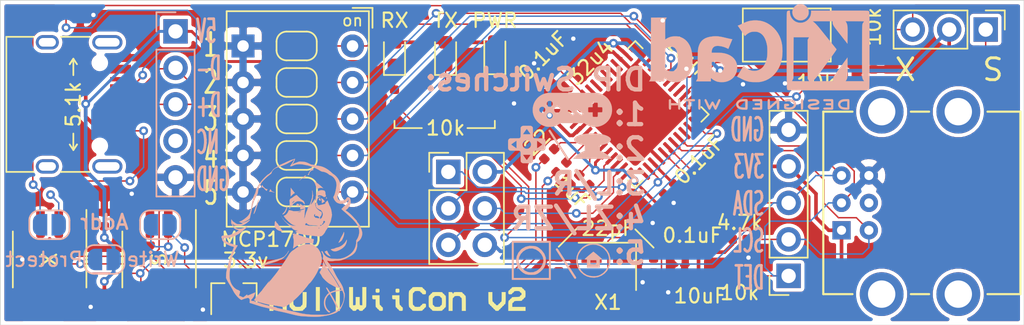
<source format=kicad_pcb>
(kicad_pcb (version 20171130) (host pcbnew 5.1.5)
  (layers (0 F.Cu signal) (31 B.Cu signal) (34 B.Paste user) (35 F.Paste user) (36 B.SilkS user) (37 F.SilkS user) (38 B.Mask user) (39 F.Mask user) (44 Edge.Cuts user))
  (net 0 "")
  (net 1 GND)
  (net 2 +5V)
  (net 3 +3V3)
  (net 4 "Net-(C5-Pad2)")
  (net 5 "Net-(C6-Pad2)")
  (net 6 "Net-(C7-Pad1)")
  (net 7 "Net-(C8-Pad1)")
  (net 8 "Net-(D1-Pad1)")
  (net 9 "Net-(D2-Pad1)")
  (net 10 "Net-(D3-Pad1)")
  (net 11 "Net-(J1-PadS1)")
  (net 12 /DP)
  (net 13 "Net-(J1-PadA8)")
  (net 14 /DN)
  (net 15 "Net-(J1-PadB8)")
  (net 16 /SDA)
  (net 17 /SCL)
  (net 18 /DETECT)
  (net 19 "Net-(J4-Pad4)")
  (net 20 /MISO)
  (net 21 /SCLK)
  (net 22 /MOSI)
  (net 23 /RESET)
  (net 24 /DIP_SW1)
  (net 25 /DIP_SW2)
  (net 26 /DIP_SW3)
  (net 27 /DIP_SW4)
  (net 28 /DIP_SW5)
  (net 29 "Net-(P1-Pad4)")
  (net 30 /TX_LED)
  (net 31 /RX_LED)
  (net 32 "Net-(R9-Pad1)")
  (net 33 "Net-(R10-Pad1)")
  (net 34 "Net-(U2-Pad1)")
  (net 35 "Net-(U2-Pad12)")
  (net 36 "Net-(U2-Pad20)")
  (net 37 "Net-(U2-Pad21)")
  (net 38 "Net-(U2-Pad26)")
  (net 39 "Net-(U2-Pad36)")
  (net 40 "Net-(U2-Pad37)")
  (net 41 "Net-(U2-Pad38)")
  (net 42 "Net-(U2-Pad39)")
  (net 43 "Net-(U2-Pad40)")
  (net 44 "Net-(U2-Pad41)")
  (net 45 "Net-(X1-Pad2)")
  (net 46 "Net-(X1-Pad4)")
  (net 47 "Net-(U3-Pad3)")
  (net 48 "Net-(U3-Pad1)")
  (net 49 "Net-(U4-Pad3)")
  (net 50 "Net-(U4-Pad1)")
  (net 51 /X)
  (net 52 /S)
  (net 53 /CC2)
  (net 54 /CC1)
  (net 55 /WP)
  (net 56 "Net-(JP1-Pad1)")
  (net 57 "Net-(JP7-Pad2)")
  (module Logos:Loli1 (layer B.Cu) (at 95.377 115.697 180)
    (fp_text reference G*** hide)
    (fp_text value LOGO hide)
  )
  (module Symbol:KiCad-Logo2_6mm_SilkScreen (layer B.Cu) (at 127.762 102.2985 180)
    (fp_text reference REF** hide)
    (fp_text value KiCad-Logo2_6mm_SilkScreen hide)
  )
  (module Logos:home (layer B.Cu) (at 116.205 117.1575 180)
    (fp_text reference G*** hide)
    (fp_text value LOGO hide)
  )
  (module Logos:stick (layer B.Cu) (at 116.1415 108.839 180)
    (fp_text reference G*** hide)
    (fp_text value LOGO hide)
  )
  (module Logos:dpad (layer B.Cu) (at 111.5695 109.093 180)
    (fp_text reference G*** hide)
    (fp_text value LOGO hide)
  )
  (module Logos:cap (layer B.Cu) (at 111.887 117.1575 180)
    (fp_text reference G*** hide)
    (fp_text value LOGO hide)
  )
  (module "Logos:NullWiiCon v2" (layer F.Cu) (at 102.5525 119.8245)
    (fp_text reference G*** hide)
    (fp_text value LOGO hide)
  )
  (module Logos:snes_invert (layer B.Cu) (at 114.7445 106.68 180)
    (fp_text reference G*** hide)
    (fp_text value LOGO hide)
  )
  (module Resistor_SMD:R_0402_1005Metric (layer F.Cu) (at 135.699 103.378 270)
    (fp_text reference R12 hide)
    (fp_text value 10k (at -2.4765 -0.0005 90) (layer F.SilkS))
    (pad 2 smd roundrect (at 0.485 0 270) (size 0.59 0.64) (layers F.Cu F.Paste F.Mask) (net 1 GND))
    (pad 1 smd roundrect (at -0.485 0 270) (size 0.59 0.64) (layers F.Cu F.Paste F.Mask) (net 51 /X))
  )
  (module Resistor_SMD:R_0402_1005Metric (layer F.Cu) (at 133.604 104.752 270)
    (fp_text reference R11 hide)
    (fp_text value 10k (at 0.023 1.905) (layer F.SilkS))
    (pad 2 smd roundrect (at 0.485 0 270) (size 0.59 0.64) (layers F.Cu F.Paste F.Mask) (net 2 +5V))
    (pad 1 smd roundrect (at -0.485 0 270) (size 0.59 0.64) (layers F.Cu F.Paste F.Mask) (net 23 /RESET))
  )
  (module Resistor_SMD:R_0402_1005Metric (layer F.Cu) (at 113.132 109.753 225)
    (fp_text reference R10 hide)
    (fp_text value 22 (at 0 1.17 45) (layer F.SilkS))
    (pad 2 smd roundrect (at 0.485 0 225) (size 0.59 0.64) (layers F.Cu F.Paste F.Mask) (net 14 /DN))
    (pad 1 smd roundrect (at -0.485 0 225) (size 0.59 0.64) (layers F.Cu F.Paste F.Mask) (net 33 "Net-(R10-Pad1)"))
  )
  (module Resistor_SMD:R_0402_1005Metric (layer F.Cu) (at 113.983 110.68 225)
    (fp_text reference R9 hide)
    (fp_text value 22)
    (pad 2 smd roundrect (at 0.485 0 225) (size 0.59 0.64) (layers F.Cu F.Paste F.Mask) (net 12 /DP))
    (pad 1 smd roundrect (at -0.485 0 225) (size 0.59 0.64) (layers F.Cu F.Paste F.Mask) (net 32 "Net-(R9-Pad1)"))
  )
  (module Resistor_SMD:R_0402_1005Metric (layer F.Cu) (at 126.388 113.157 180)
    (fp_text reference R8 hide)
    (fp_text value 4.7k)
    (pad 2 smd roundrect (at 0.485 0 180) (size 0.59 0.64) (layers F.Cu F.Paste F.Mask) (net 3 +3V3))
    (pad 1 smd roundrect (at -0.485 0 180) (size 0.59 0.64) (layers F.Cu F.Paste F.Mask) (net 16 /SDA))
  )
  (module Resistor_SMD:R_0402_1005Metric (layer F.Cu) (at 126.388 115.697 180)
    (fp_text reference R7 hide)
    (fp_text value 4.7k (at 0 1.17) (layer F.SilkS))
    (pad 2 smd roundrect (at 0.485 0 180) (size 0.59 0.64) (layers F.Cu F.Paste F.Mask) (net 3 +3V3))
    (pad 1 smd roundrect (at -0.485 0 180) (size 0.59 0.64) (layers F.Cu F.Paste F.Mask) (net 17 /SCL))
  )
  (module Resistor_SMD:R_0402_1005Metric (layer F.Cu) (at 102.362 105.768 90)
    (fp_text reference R6 hide)
    (fp_text value 10k (at -2.182 3.556) (layer F.SilkS))
    (pad 2 smd roundrect (at 0.485 0 90) (size 0.59 0.64) (layers F.Cu F.Paste F.Mask) (net 10 "Net-(D3-Pad1)"))
    (pad 1 smd roundrect (at -0.485 0 90) (size 0.59 0.64) (layers F.Cu F.Paste F.Mask) (net 31 /RX_LED))
  )
  (module Resistor_SMD:R_0402_1005Metric (layer F.Cu) (at 105.918 105.768 90)
    (fp_text reference R5 hide)
    (fp_text value 10k hide)
    (pad 2 smd roundrect (at 0.485 0 90) (size 0.59 0.64) (layers F.Cu F.Paste F.Mask) (net 9 "Net-(D2-Pad1)"))
    (pad 1 smd roundrect (at -0.485 0 90) (size 0.59 0.64) (layers F.Cu F.Paste F.Mask) (net 30 /TX_LED))
  )
  (module Resistor_SMD:R_0402_1005Metric (layer F.Cu) (at 80.01 112.395)
    (fp_text reference R4 hide)
    (fp_text value 5.1k)
    (pad 2 smd roundrect (at 0.485 0) (size 0.59 0.64) (layers F.Cu F.Paste F.Mask) (net 1 GND))
    (pad 1 smd roundrect (at -0.485 0) (size 0.59 0.64) (layers F.Cu F.Paste F.Mask) (net 53 /CC2))
  )
  (module Resistor_SMD:R_0402_1005Metric (layer F.Cu) (at 109.347 105.768 90)
    (fp_text reference R3 hide)
    (fp_text value 10k)
    (pad 2 smd roundrect (at 0.485 0 90) (size 0.59 0.64) (layers F.Cu F.Paste F.Mask) (net 8 "Net-(D1-Pad1)"))
    (pad 1 smd roundrect (at -0.485 0 90) (size 0.59 0.64) (layers F.Cu F.Paste F.Mask) (net 1 GND))
  )
  (module Resistor_SMD:R_0402_1005Metric (layer F.Cu) (at 80.01 100.076 180)
    (fp_text reference R2 hide)
    (fp_text value 5.1k (at 0 -6.223 90) (layer F.SilkS))
    (pad 2 smd roundrect (at 0.485 0 180) (size 0.59 0.64) (layers F.Cu F.Paste F.Mask) (net 54 /CC1))
    (pad 1 smd roundrect (at -0.485 0 180) (size 0.59 0.64) (layers F.Cu F.Paste F.Mask) (net 1 GND))
  )
  (module Resistor_SMD:R_0402_1005Metric (layer F.Cu) (at 126.388 118.237)
    (fp_text reference R1 hide)
    (fp_text value 10k (at 0 1.17) (layer F.SilkS))
    (pad 2 smd roundrect (at 0.485 0) (size 0.59 0.64) (layers F.Cu F.Paste F.Mask) (net 18 /DETECT))
    (pad 1 smd roundrect (at -0.485 0) (size 0.59 0.64) (layers F.Cu F.Paste F.Mask) (net 1 GND))
  )
  (module Jumper:SolderJumper-2_P1.3mm_Open_RoundedPad1.0x1.5mm (layer B.Cu) (at 86.0575 114.681 180)
    (fp_text reference JP7 hide)
    (fp_text value Jumper)
    (pad 2 smd custom (at 0.65 0 180) (size 1 0.5) (layers B.Cu B.Mask) (net 57 "Net-(JP7-Pad2)") (options (clearance outline) (anchor rect)) (primitives (gr_circle (center 0 -0.25) (end 0.5 -0.25) (width 0)) (gr_circle (center 0 0.25) (end 0.5 0.25) (width 0)) (gr_poly (pts (xy 0 0.75) (xy -0.5 0.75) (xy -0.5 -0.75) (xy 0 -0.75)) (width 0))))
    (pad 1 smd custom (at -0.65 0 180) (size 1 0.5) (layers B.Cu B.Mask) (net 52 /S) (options (clearance outline) (anchor rect)) (primitives (gr_circle (center 0 -0.25) (end 0.5 -0.25) (width 0)) (gr_circle (center 0 0.25) (end 0.5 0.25) (width 0)) (gr_poly (pts (xy 0 0.75) (xy 0.5 0.75) (xy 0.5 -0.75) (xy 0 -0.75)) (width 0))))
  )
  (module Jumper:SolderJumper-2_P1.3mm_Open_RoundedPad1.0x1.5mm (layer B.Cu) (at 78.344 114.681 180)
    (fp_text reference JP1 hide)
    (fp_text value Jumper)
    (pad 2 smd custom (at 0.65 0 180) (size 1 0.5) (layers B.Cu B.Mask) (net 51 /X) (options (clearance outline) (anchor rect)) (primitives (gr_circle (center 0 -0.25) (end 0.5 -0.25) (width 0)) (gr_circle (center 0 0.25) (end 0.5 0.25) (width 0)) (gr_poly (pts (xy 0 0.75) (xy -0.5 0.75) (xy -0.5 -0.75) (xy 0 -0.75)) (width 0))))
    (pad 1 smd custom (at -0.65 0 180) (size 1 0.5) (layers B.Cu B.Mask) (net 56 "Net-(JP1-Pad1)") (options (clearance outline) (anchor rect)) (primitives (gr_circle (center 0 -0.25) (end 0.5 -0.25) (width 0)) (gr_circle (center 0 0.25) (end 0.5 0.25) (width 0)) (gr_poly (pts (xy 0 0.75) (xy 0.5 0.75) (xy 0.5 -0.75) (xy 0 -0.75)) (width 0))))
  )
  (module Capacitor_SMD:C_0402_1005Metric (layer F.Cu) (at 82.169 119.911 270)
    (fp_text reference C10 hide)
    (fp_text value 0.1uF)
    (pad 2 smd roundrect (at 0.485 0 270) (size 0.59 0.64) (layers F.Cu F.Paste F.Mask) (net 1 GND))
    (pad 1 smd roundrect (at -0.485 0 270) (size 0.59 0.64) (layers F.Cu F.Paste F.Mask) (net 2 +5V))
  )
  (module Capacitor_SMD:C_0402_1005Metric (layer F.Cu) (at 82.169 114.3 90)
    (fp_text reference C9 hide)
    (fp_text value 10uF)
    (pad 2 smd roundrect (at 0.485 0 90) (size 0.59 0.64) (layers F.Cu F.Paste F.Mask) (net 1 GND))
    (pad 1 smd roundrect (at -0.485 0 90) (size 0.59 0.64) (layers F.Cu F.Paste F.Mask) (net 2 +5V))
  )
  (module Capacitor_SMD:C_0402_1005Metric (layer F.Cu) (at 115.57 111.57 315)
    (fp_text reference Ce hide)
    (fp_text value 1uF (at 0 1.17 135) (layer F.SilkS))
    (pad 2 smd roundrect (at 0.485 0 315) (size 0.59 0.64) (layers F.Cu F.Paste F.Mask) (net 1 GND))
    (pad 1 smd roundrect (at -0.485 0 315) (size 0.59 0.64) (layers F.Cu F.Paste F.Mask) (net 7 "Net-(C8-Pad1)"))
  )
  (module Capacitor_SMD:C_0402_1005Metric (layer F.Cu) (at 113.221 103.95 225)
    (fp_text reference C7 hide)
    (fp_text value 0.1uF (at -0.35921 1.078338 45) (layer F.SilkS))
    (pad 2 smd roundrect (at 0.485 0 225) (size 0.59 0.64) (layers F.Cu F.Paste F.Mask) (net 1 GND))
    (pad 1 smd roundrect (at -0.485 0 225) (size 0.59 0.64) (layers F.Cu F.Paste F.Mask) (net 6 "Net-(C7-Pad1)"))
  )
  (module Capacitor_SMD:C_0402_1005Metric (layer F.Cu) (at 113.792 117.437 270)
    (fp_text reference C6 hide)
    (fp_text value 22pF)
    (pad 2 smd roundrect (at 0.485 0 270) (size 0.59 0.64) (layers F.Cu F.Paste F.Mask) (net 5 "Net-(C6-Pad2)"))
    (pad 1 smd roundrect (at -0.485 0 270) (size 0.59 0.64) (layers F.Cu F.Paste F.Mask) (net 1 GND))
  )
  (module Capacitor_SMD:C_0402_1005Metric (layer F.Cu) (at 120.396 117.516 90)
    (fp_text reference C5 hide)
    (fp_text value 22pF (at 2.581 -3.175 180) (layer F.SilkS))
    (pad 2 smd roundrect (at 0.485 0 90) (size 0.59 0.64) (layers F.Cu F.Paste F.Mask) (net 4 "Net-(C5-Pad2)"))
    (pad 1 smd roundrect (at -0.485 0 90) (size 0.59 0.64) (layers F.Cu F.Paste F.Mask) (net 1 GND))
  )
  (module Capacitor_SMD:C_0402_1005Metric (layer F.Cu) (at 123.086 116.586 180)
    (fp_text reference C4 hide)
    (fp_text value 0.1uF (at 0 1.17) (layer F.SilkS))
    (pad 2 smd roundrect (at 0.485 0 180) (size 0.59 0.64) (layers F.Cu F.Paste F.Mask) (net 1 GND))
    (pad 1 smd roundrect (at -0.485 0 180) (size 0.59 0.64) (layers F.Cu F.Paste F.Mask) (net 3 +3V3))
  )
  (module Capacitor_SMD:C_0402_1005Metric (layer F.Cu) (at 123.04 118.364 180)
    (fp_text reference C3 hide)
    (fp_text value 10uF (at -0.5945 -1.27) (layer F.SilkS))
    (pad 2 smd roundrect (at 0.485 0 180) (size 0.59 0.64) (layers F.Cu F.Paste F.Mask) (net 1 GND))
    (pad 1 smd roundrect (at -0.485 0 180) (size 0.59 0.64) (layers F.Cu F.Paste F.Mask) (net 3 +3V3))
  )
  (module Capacitor_SMD:C_0402_1005Metric (layer F.Cu) (at 121.475 112.204 225)
    (fp_text reference C2 hide)
    (fp_text value 0.1uF (at -2.918583 -0.045608 45) (layer F.SilkS))
    (pad 2 smd roundrect (at 0.485 0 225) (size 0.59 0.64) (layers F.Cu F.Paste F.Mask) (net 1 GND))
    (pad 1 smd roundrect (at -0.485 0 225) (size 0.59 0.64) (layers F.Cu F.Paste F.Mask) (net 2 +5V))
  )
  (module Capacitor_SMD:C_0402_1005Metric (layer F.Cu) (at 124.651 104.966 315)
    (fp_text reference C1 hide)
    (fp_text value 10uF (at -2.739685 -0.044901 135) (layer F.SilkS))
    (pad 2 smd roundrect (at 0.485 0 315) (size 0.59 0.64) (layers F.Cu F.Paste F.Mask) (net 1 GND))
    (pad 1 smd roundrect (at -0.485 0 315) (size 0.59 0.64) (layers F.Cu F.Paste F.Mask) (net 2 +5V))
  )
  (module Package_DFN_QFN:QFN-44-1EP_7x7mm_P0.5mm_EP5.2x5.2mm (layer F.Cu) (at 119.126 106.998 45)
    (fp_text reference U2 hide)
    (fp_text value ATmega32U4-MU hide)
    (fp_text user 32u4 (at 0.35921 -4.759536 225) (layer F.SilkS))
    (pad 44 smd roundrect (at -2.5 -3.3375 45) (size 0.25 1.075) (layers F.Cu F.Paste F.Mask) (net 2 +5V))
    (pad 43 smd roundrect (at -2 -3.3375 45) (size 0.25 1.075) (layers F.Cu F.Paste F.Mask) (net 1 GND))
    (pad 42 smd roundrect (at -1.5 -3.3375 45) (size 0.25 1.075) (layers F.Cu F.Paste F.Mask) (net 6 "Net-(C7-Pad1)"))
    (pad 41 smd roundrect (at -1 -3.3375 45) (size 0.25 1.075) (layers F.Cu F.Paste F.Mask) (net 44 "Net-(U2-Pad41)"))
    (pad 40 smd roundrect (at -0.5 -3.3375 45) (size 0.25 1.075) (layers F.Cu F.Paste F.Mask) (net 43 "Net-(U2-Pad40)"))
    (pad 39 smd roundrect (at 0 -3.3375 45) (size 0.25 1.075) (layers F.Cu F.Paste F.Mask) (net 42 "Net-(U2-Pad39)"))
    (pad 38 smd roundrect (at 0.5 -3.3375 45) (size 0.25 1.075) (layers F.Cu F.Paste F.Mask) (net 41 "Net-(U2-Pad38)"))
    (pad 37 smd roundrect (at 1 -3.3375 45) (size 0.25 1.075) (layers F.Cu F.Paste F.Mask) (net 40 "Net-(U2-Pad37)"))
    (pad 36 smd roundrect (at 1.5 -3.3375 45) (size 0.25 1.075) (layers F.Cu F.Paste F.Mask) (net 39 "Net-(U2-Pad36)"))
    (pad 35 smd roundrect (at 2 -3.3375 45) (size 0.25 1.075) (layers F.Cu F.Paste F.Mask) (net 1 GND))
    (pad 34 smd roundrect (at 2.5 -3.3375 45) (size 0.25 1.075) (layers F.Cu F.Paste F.Mask) (net 2 +5V))
    (pad 33 smd roundrect (at 3.3375 -2.5 45) (size 1.075 0.25) (layers F.Cu F.Paste F.Mask) (net 1 GND))
    (pad 32 smd roundrect (at 3.3375 -2 45) (size 1.075 0.25) (layers F.Cu F.Paste F.Mask) (net 24 /DIP_SW1))
    (pad 31 smd roundrect (at 3.3375 -1.5 45) (size 1.075 0.25) (layers F.Cu F.Paste F.Mask) (net 25 /DIP_SW2))
    (pad 30 smd roundrect (at 3.3375 -1 45) (size 1.075 0.25) (layers F.Cu F.Paste F.Mask) (net 26 /DIP_SW3))
    (pad 29 smd roundrect (at 3.3375 -0.5 45) (size 1.075 0.25) (layers F.Cu F.Paste F.Mask) (net 27 /DIP_SW4))
    (pad 28 smd roundrect (at 3.3375 0 45) (size 1.075 0.25) (layers F.Cu F.Paste F.Mask) (net 28 /DIP_SW5))
    (pad 27 smd roundrect (at 3.3375 0.5 45) (size 1.075 0.25) (layers F.Cu F.Paste F.Mask) (net 51 /X))
    (pad 26 smd roundrect (at 3.3375 1 45) (size 1.075 0.25) (layers F.Cu F.Paste F.Mask) (net 38 "Net-(U2-Pad26)"))
    (pad 25 smd roundrect (at 3.3375 1.5 45) (size 1.075 0.25) (layers F.Cu F.Paste F.Mask) (net 18 /DETECT))
    (pad 24 smd roundrect (at 3.3375 2 45) (size 1.075 0.25) (layers F.Cu F.Paste F.Mask) (net 2 +5V))
    (pad 23 smd roundrect (at 3.3375 2.5 45) (size 1.075 0.25) (layers F.Cu F.Paste F.Mask) (net 1 GND))
    (pad 22 smd roundrect (at 2.5 3.3375 45) (size 0.25 1.075) (layers F.Cu F.Paste F.Mask) (net 30 /TX_LED))
    (pad 21 smd roundrect (at 2 3.3375 45) (size 0.25 1.075) (layers F.Cu F.Paste F.Mask) (net 37 "Net-(U2-Pad21)"))
    (pad 20 smd roundrect (at 1.5 3.3375 45) (size 0.25 1.075) (layers F.Cu F.Paste F.Mask) (net 36 "Net-(U2-Pad20)"))
    (pad 19 smd roundrect (at 1 3.3375 45) (size 0.25 1.075) (layers F.Cu F.Paste F.Mask) (net 16 /SDA))
    (pad 18 smd roundrect (at 0.5 3.3375 45) (size 0.25 1.075) (layers F.Cu F.Paste F.Mask) (net 17 /SCL))
    (pad 17 smd roundrect (at 0 3.3375 45) (size 0.25 1.075) (layers F.Cu F.Paste F.Mask) (net 4 "Net-(C5-Pad2)"))
    (pad 16 smd roundrect (at -0.5 3.3375 45) (size 0.25 1.075) (layers F.Cu F.Paste F.Mask) (net 5 "Net-(C6-Pad2)"))
    (pad 15 smd roundrect (at -1 3.3375 45) (size 0.25 1.075) (layers F.Cu F.Paste F.Mask) (net 1 GND))
    (pad 14 smd roundrect (at -1.5 3.3375 45) (size 0.25 1.075) (layers F.Cu F.Paste F.Mask) (net 2 +5V))
    (pad 13 smd roundrect (at -2 3.3375 45) (size 0.25 1.075) (layers F.Cu F.Paste F.Mask) (net 23 /RESET))
    (pad 12 smd roundrect (at -2.5 3.3375 45) (size 0.25 1.075) (layers F.Cu F.Paste F.Mask) (net 35 "Net-(U2-Pad12)"))
    (pad 11 smd roundrect (at -3.3375 2.5 45) (size 1.075 0.25) (layers F.Cu F.Paste F.Mask) (net 20 /MISO))
    (pad 10 smd roundrect (at -3.3375 2 45) (size 1.075 0.25) (layers F.Cu F.Paste F.Mask) (net 22 /MOSI))
    (pad 9 smd roundrect (at -3.3375 1.5 45) (size 1.075 0.25) (layers F.Cu F.Paste F.Mask) (net 21 /SCLK))
    (pad 8 smd roundrect (at -3.3375 1 45) (size 1.075 0.25) (layers F.Cu F.Paste F.Mask) (net 31 /RX_LED))
    (pad 7 smd roundrect (at -3.3375 0.5 45) (size 1.075 0.25) (layers F.Cu F.Paste F.Mask) (net 2 +5V))
    (pad 6 smd roundrect (at -3.3375 0 45) (size 1.075 0.25) (layers F.Cu F.Paste F.Mask) (net 7 "Net-(C8-Pad1)"))
    (pad 5 smd roundrect (at -3.3375 -0.5 45) (size 1.075 0.25) (layers F.Cu F.Paste F.Mask) (net 1 GND))
    (pad 4 smd roundrect (at -3.3375 -1 45) (size 1.075 0.25) (layers F.Cu F.Paste F.Mask) (net 32 "Net-(R9-Pad1)"))
    (pad 3 smd roundrect (at -3.3375 -1.5 45) (size 1.075 0.25) (layers F.Cu F.Paste F.Mask) (net 33 "Net-(R10-Pad1)"))
    (pad 2 smd roundrect (at -3.3375 -2 45) (size 1.075 0.25) (layers F.Cu F.Paste F.Mask) (net 2 +5V))
    (pad 1 smd roundrect (at -3.3375 -2.5 45) (size 1.075 0.25) (layers F.Cu F.Paste F.Mask) (net 34 "Net-(U2-Pad1)"))
    (pad 45 smd roundrect (at 0 0 45) (size 5.2 5.2) (layers F.Cu F.Mask) (roundrect_rratio 0.048077) (net 1 GND))
  )
  (module Button_Switch_THT:SW_DIP_SPSTx05_Slide_9.78x14.88mm_W7.62mm_P2.54mm (layer F.Cu) (at 91.821 102.235)
    (fp_text reference SW2 hide)
    (fp_text value SW_DIP_x05)
    (fp_text user on (at 7.62 -1.778) (layer F.SilkS) (effects (font (size 0.8 0.8) (thickness 0.12))))
    (pad 10 thru_hole oval (at 7.62 0) (size 1.6 1.6) (drill 0.8) (layers *.Cu *.Mask) (net 24 /DIP_SW1))
    (pad 5 thru_hole oval (at 0 10.16) (size 1.6 1.6) (drill 0.8) (layers *.Cu *.Mask) (net 1 GND))
    (pad 9 thru_hole oval (at 7.62 2.54) (size 1.6 1.6) (drill 0.8) (layers *.Cu *.Mask) (net 25 /DIP_SW2))
    (pad 4 thru_hole oval (at 0 7.62) (size 1.6 1.6) (drill 0.8) (layers *.Cu *.Mask) (net 1 GND))
    (pad 8 thru_hole oval (at 7.62 5.08) (size 1.6 1.6) (drill 0.8) (layers *.Cu *.Mask) (net 26 /DIP_SW3))
    (pad 3 thru_hole oval (at 0 5.08) (size 1.6 1.6) (drill 0.8) (layers *.Cu *.Mask) (net 1 GND))
    (pad 7 thru_hole oval (at 7.62 7.62) (size 1.6 1.6) (drill 0.8) (layers *.Cu *.Mask) (net 27 /DIP_SW4))
    (pad 2 thru_hole oval (at 0 2.54) (size 1.6 1.6) (drill 0.8) (layers *.Cu *.Mask) (net 1 GND))
    (pad 6 thru_hole oval (at 7.62 10.16) (size 1.6 1.6) (drill 0.8) (layers *.Cu *.Mask) (net 28 /DIP_SW5))
    (pad 1 thru_hole rect (at 0 0) (size 1.6 1.6) (drill 0.8) (layers *.Cu *.Mask) (net 1 GND))
  )
  (module Connector_USB:USB_C_Receptacle_HRO_TYPE-C-31-M-12 (layer F.Cu) (at 79.248 106.299 270)
    (fp_text reference J1 hide)
    (fp_text value USB_C_Receptacle_USB2.0)
    (pad B1 smd rect (at 3.25 -4.045 270) (size 0.6 1.45) (layers F.Cu F.Paste F.Mask) (net 1 GND))
    (pad A9 smd rect (at 2.45 -4.045 270) (size 0.6 1.45) (layers F.Cu F.Paste F.Mask) (net 2 +5V))
    (pad B9 smd rect (at -2.45 -4.045 270) (size 0.6 1.45) (layers F.Cu F.Paste F.Mask) (net 2 +5V))
    (pad B12 smd rect (at -3.25 -4.045 270) (size 0.6 1.45) (layers F.Cu F.Paste F.Mask) (net 1 GND))
    (pad A1 smd rect (at -3.25 -4.045 270) (size 0.6 1.45) (layers F.Cu F.Paste F.Mask) (net 1 GND))
    (pad A4 smd rect (at -2.45 -4.045 270) (size 0.6 1.45) (layers F.Cu F.Paste F.Mask) (net 2 +5V))
    (pad B4 smd rect (at 2.45 -4.045 270) (size 0.6 1.45) (layers F.Cu F.Paste F.Mask) (net 2 +5V))
    (pad A12 smd rect (at 3.25 -4.045 270) (size 0.6 1.45) (layers F.Cu F.Paste F.Mask) (net 1 GND))
    (pad B8 smd rect (at -1.75 -4.045 270) (size 0.3 1.45) (layers F.Cu F.Paste F.Mask) (net 15 "Net-(J1-PadB8)"))
    (pad A5 smd rect (at -1.25 -4.045 270) (size 0.3 1.45) (layers F.Cu F.Paste F.Mask) (net 54 /CC1))
    (pad B7 smd rect (at -0.75 -4.045 270) (size 0.3 1.45) (layers F.Cu F.Paste F.Mask) (net 14 /DN))
    (pad A7 smd rect (at 0.25 -4.045 270) (size 0.3 1.45) (layers F.Cu F.Paste F.Mask) (net 14 /DN))
    (pad B6 smd rect (at 0.75 -4.045 270) (size 0.3 1.45) (layers F.Cu F.Paste F.Mask) (net 12 /DP))
    (pad A8 smd rect (at 1.25 -4.045 270) (size 0.3 1.45) (layers F.Cu F.Paste F.Mask) (net 13 "Net-(J1-PadA8)"))
    (pad B5 smd rect (at 1.75 -4.045 270) (size 0.3 1.45) (layers F.Cu F.Paste F.Mask) (net 53 /CC2))
    (pad A6 smd rect (at -0.25 -4.045 270) (size 0.3 1.45) (layers F.Cu F.Paste F.Mask) (net 12 /DP))
    (pad S1 thru_hole oval (at 4.32 -3.13 270) (size 1 2.1) (drill oval 0.6 1.7) (layers *.Cu *.Mask F.Paste) (net 11 "Net-(J1-PadS1)"))
    (pad S1 thru_hole oval (at -4.32 -3.13 270) (size 1 2.1) (drill oval 0.6 1.7) (layers *.Cu *.Mask F.Paste) (net 11 "Net-(J1-PadS1)"))
    (pad "" np_thru_hole circle (at -2.89 -2.6 270) (size 0.65 0.65) (drill 0.65) (layers *.Cu *.Mask))
    (pad S1 thru_hole oval (at -4.32 1.05 270) (size 1 1.6) (drill oval 0.6 1.2) (layers *.Cu *.Mask F.Paste) (net 11 "Net-(J1-PadS1)"))
    (pad "" np_thru_hole circle (at 2.89 -2.6 270) (size 0.65 0.65) (drill 0.65) (layers *.Cu *.Mask))
    (pad S1 thru_hole oval (at 4.32 1.05 270) (size 1 1.6) (drill oval 0.6 1.2) (layers *.Cu *.Mask F.Paste) (net 11 "Net-(J1-PadS1)"))
  )
  (module Package_SO:SOIC-8_3.9x4.9mm_P1.27mm (layer F.Cu) (at 78.359 117.094 270)
    (fp_text reference U4 hide)
    (fp_text value CAT24C256)
    (fp_text user X (at 0 0 270) (layer F.SilkS))
    (pad 8 smd roundrect (at 2.475 -1.905 270) (size 1.95 0.6) (layers F.Cu F.Paste F.Mask) (net 2 +5V))
    (pad 7 smd roundrect (at 2.475 -0.635 270) (size 1.95 0.6) (layers F.Cu F.Paste F.Mask) (net 55 /WP))
    (pad 6 smd roundrect (at 2.475 0.635 270) (size 1.95 0.6) (layers F.Cu F.Paste F.Mask) (net 17 /SCL))
    (pad 5 smd roundrect (at 2.475 1.905 270) (size 1.95 0.6) (layers F.Cu F.Paste F.Mask) (net 16 /SDA))
    (pad 4 smd roundrect (at -2.475 1.905 270) (size 1.95 0.6) (layers F.Cu F.Paste F.Mask) (net 1 GND))
    (pad 3 smd roundrect (at -2.475 0.635 270) (size 1.95 0.6) (layers F.Cu F.Paste F.Mask) (net 49 "Net-(U4-Pad3)"))
    (pad 2 smd roundrect (at -2.475 -0.635 270) (size 1.95 0.6) (layers F.Cu F.Paste F.Mask) (net 56 "Net-(JP1-Pad1)"))
    (pad 1 smd roundrect (at -2.475 -1.905 270) (size 1.95 0.6) (layers F.Cu F.Paste F.Mask) (net 50 "Net-(U4-Pad1)"))
  )
  (module Jumper:SolderJumper-2_P1.3mm_Open_RoundedPad1.0x1.5mm (layer F.Cu) (at 95.5525 104.775)
    (fp_text reference JP3 hide)
    (fp_text value Jumper hide)
    (pad 1 smd custom (at -0.65 0) (size 1 0.5) (layers F.Cu F.Mask) (net 1 GND) (options (clearance outline) (anchor rect)) (primitives (gr_circle (center 0 0.25) (end 0.5 0.25) (width 0)) (gr_circle (center 0 -0.25) (end 0.5 -0.25) (width 0)) (gr_poly (pts (xy 0 -0.75) (xy 0.5 -0.75) (xy 0.5 0.75) (xy 0 0.75)) (width 0))))
    (pad 2 smd custom (at 0.65 0) (size 1 0.5) (layers F.Cu F.Mask) (net 25 /DIP_SW2) (options (clearance outline) (anchor rect)) (primitives (gr_circle (center 0 0.25) (end 0.5 0.25) (width 0)) (gr_circle (center 0 -0.25) (end 0.5 -0.25) (width 0)) (gr_poly (pts (xy 0 -0.75) (xy -0.5 -0.75) (xy -0.5 0.75) (xy 0 0.75)) (width 0))))
  )
  (module Connector_PinSocket_2.54mm:PinSocket_1x05_P2.54mm_Vertical (layer F.Cu) (at 129.794 118.237 180)
    (fp_text reference J2 hide)
    (fp_text value Conn_01x05_Female)
    (pad 5 thru_hole oval (at 0 10.16 180) (size 1.7 1.7) (drill 1) (layers *.Cu *.Mask) (net 1 GND))
    (pad 4 thru_hole oval (at 0 7.62 180) (size 1.7 1.7) (drill 1) (layers *.Cu *.Mask) (net 3 +3V3))
    (pad 3 thru_hole oval (at 0 5.08 180) (size 1.7 1.7) (drill 1) (layers *.Cu *.Mask) (net 16 /SDA))
    (pad 2 thru_hole oval (at 0 2.54 180) (size 1.7 1.7) (drill 1) (layers *.Cu *.Mask) (net 17 /SCL))
    (pad 1 thru_hole rect (at 0 0 180) (size 1.7 1.7) (drill 1) (layers *.Cu *.Mask) (net 18 /DETECT))
  )
  (module Button_Switch_SMD:SW_SPST_CK_RS282G05A3 (layer F.Cu) (at 129.667 101.473 180)
    (fp_text reference SW1 hide)
    (fp_text value SW_Push)
    (pad 1 smd rect (at -3.9 0 180) (size 1.5 1.5) (layers F.Cu F.Paste F.Mask) (net 23 /RESET))
    (pad 2 smd rect (at 3.9 0 180) (size 1.5 1.5) (layers F.Cu F.Paste F.Mask) (net 1 GND))
  )
  (module LED_SMD:LED_0603_1608Metric (layer F.Cu) (at 102.362 102.768 90)
    (fp_text reference D3 hide)
    (fp_text value RX (at 2.3115 0 180) (layer F.SilkS))
    (pad 2 smd roundrect (at 0.7875 0 90) (size 0.875 0.95) (layers F.Cu F.Paste F.Mask) (net 2 +5V))
    (pad 1 smd roundrect (at -0.7875 0 90) (size 0.875 0.95) (layers F.Cu F.Paste F.Mask) (net 10 "Net-(D3-Pad1)"))
  )
  (module Jumper:SolderJumper-2_P1.3mm_Open_RoundedPad1.0x1.5mm (layer F.Cu) (at 95.5525 102.235)
    (fp_text reference JP2 hide)
    (fp_text value Jumper hide)
    (pad 2 smd custom (at 0.65 0) (size 1 0.5) (layers F.Cu F.Mask) (net 24 /DIP_SW1) (options (clearance outline) (anchor rect)) (primitives (gr_circle (center 0 0.25) (end 0.5 0.25) (width 0)) (gr_circle (center 0 -0.25) (end 0.5 -0.25) (width 0)) (gr_poly (pts (xy 0 -0.75) (xy -0.5 -0.75) (xy -0.5 0.75) (xy 0 0.75)) (width 0))))
    (pad 1 smd custom (at -0.65 0) (size 1 0.5) (layers F.Cu F.Mask) (net 1 GND) (options (clearance outline) (anchor rect)) (primitives (gr_circle (center 0 0.25) (end 0.5 0.25) (width 0)) (gr_circle (center 0 -0.25) (end 0.5 -0.25) (width 0)) (gr_poly (pts (xy 0 -0.75) (xy 0.5 -0.75) (xy 0.5 0.75) (xy 0 0.75)) (width 0))))
  )
  (module Connector_PinSocket_2.54mm:PinSocket_1x05_P2.54mm_Vertical (layer B.Cu) (at 87.122 101.219 180)
    (fp_text reference J4 hide)
    (fp_text value Conn_01x05_Female)
    (pad 1 thru_hole rect (at 0 0 180) (size 1.7 1.7) (drill 1) (layers *.Cu *.Mask) (net 2 +5V))
    (pad 2 thru_hole oval (at 0 -2.54 180) (size 1.7 1.7) (drill 1) (layers *.Cu *.Mask) (net 14 /DN))
    (pad 3 thru_hole oval (at 0 -5.08 180) (size 1.7 1.7) (drill 1) (layers *.Cu *.Mask) (net 12 /DP))
    (pad 4 thru_hole oval (at 0 -7.62 180) (size 1.7 1.7) (drill 1) (layers *.Cu *.Mask) (net 19 "Net-(J4-Pad4)"))
    (pad 5 thru_hole oval (at 0 -10.16 180) (size 1.7 1.7) (drill 1) (layers *.Cu *.Mask) (net 1 GND))
  )
  (module Package_TO_SOT_SMD:SOT-23 (layer F.Cu) (at 91.186 119.507 90)
    (fp_text reference U1 hide)
    (fp_text value MCP1700-3302E_SOT23)
    (fp_text user MCP1700 (at 3.81 2.6035 180) (layer F.SilkS))
    (fp_text user 3.3v (at 2.3495 0.8255 180) (layer F.SilkS))
    (pad 1 smd rect (at -1 -0.95 90) (size 0.9 0.8) (layers F.Cu F.Paste F.Mask) (net 1 GND))
    (pad 2 smd rect (at -1 0.95 90) (size 0.9 0.8) (layers F.Cu F.Paste F.Mask) (net 3 +3V3))
    (pad 3 smd rect (at 1 0 90) (size 0.9 0.8) (layers F.Cu F.Paste F.Mask) (net 2 +5V))
  )
  (module Crystal:Crystal_SMD_3225-4Pin_3.2x2.5mm (layer F.Cu) (at 117.178 117.578 180)
    (fp_text reference X1 (at -0.043 -2.5005) (layer F.SilkS))
    (fp_text value Crystal_GND24_Small)
    (pad 1 smd rect (at -1.1 0.85 180) (size 1.4 1.2) (layers F.Cu F.Paste F.Mask) (net 4 "Net-(C5-Pad2)"))
    (pad 2 smd rect (at 1.1 0.85 180) (size 1.4 1.2) (layers F.Cu F.Paste F.Mask) (net 45 "Net-(X1-Pad2)"))
    (pad 3 smd rect (at 1.1 -0.85 180) (size 1.4 1.2) (layers F.Cu F.Paste F.Mask) (net 5 "Net-(C6-Pad2)"))
    (pad 4 smd rect (at -1.1 -0.85 180) (size 1.4 1.2) (layers F.Cu F.Paste F.Mask) (net 46 "Net-(X1-Pad4)"))
  )
  (module Connector_PinHeader_2.54mm:PinHeader_1x03_P2.54mm_Vertical (layer F.Cu) (at 143.51 101.092 270)
    (fp_text reference J6 hide)
    (fp_text value Conn_01x03_Female)
    (fp_text user "X    S" (at 2.794 2.54) (layer F.SilkS) (effects (font (size 1.524 1.524) (thickness 0.2032))))
    (pad 3 thru_hole oval (at 0 5.08 270) (size 1.7 1.7) (drill 1) (layers *.Cu *.Mask) (net 51 /X))
    (pad 2 thru_hole oval (at 0 2.54 270) (size 1.7 1.7) (drill 1) (layers *.Cu *.Mask) (net 2 +5V))
    (pad 1 thru_hole rect (at 0 0 270) (size 1.7 1.7) (drill 1) (layers *.Cu *.Mask) (net 52 /S))
  )
  (module LED_SMD:LED_0603_1608Metric (layer F.Cu) (at 105.918 102.768 90)
    (fp_text reference D2 hide)
    (fp_text value TX (at 2.3115 0 180) (layer F.SilkS))
    (pad 1 smd roundrect (at -0.7875 0 90) (size 0.875 0.95) (layers F.Cu F.Paste F.Mask) (net 9 "Net-(D2-Pad1)"))
    (pad 2 smd roundrect (at 0.7875 0 90) (size 0.875 0.95) (layers F.Cu F.Paste F.Mask) (net 2 +5V))
  )
  (module LED_SMD:LED_0603_1608Metric (layer F.Cu) (at 109.347 102.718 90)
    (fp_text reference D1 hide)
    (fp_text value PWR (at 2.2605 0 180) (layer F.SilkS))
    (pad 1 smd roundrect (at -0.7875 0 90) (size 0.875 0.95) (layers F.Cu F.Paste F.Mask) (net 8 "Net-(D1-Pad1)"))
    (pad 2 smd roundrect (at 0.7875 0 90) (size 0.875 0.95) (layers F.Cu F.Paste F.Mask) (net 2 +5V))
  )
  (module Jumper:SolderJumper-2_P1.3mm_Open_RoundedPad1.0x1.5mm (layer F.Cu) (at 95.5525 107.315)
    (fp_text reference JP4 hide)
    (fp_text value Jumper hide)
    (pad 1 smd custom (at -0.65 0) (size 1 0.5) (layers F.Cu F.Mask) (net 1 GND) (options (clearance outline) (anchor rect)) (primitives (gr_circle (center 0 0.25) (end 0.5 0.25) (width 0)) (gr_circle (center 0 -0.25) (end 0.5 -0.25) (width 0)) (gr_poly (pts (xy 0 -0.75) (xy 0.5 -0.75) (xy 0.5 0.75) (xy 0 0.75)) (width 0))))
    (pad 2 smd custom (at 0.65 0) (size 1 0.5) (layers F.Cu F.Mask) (net 26 /DIP_SW3) (options (clearance outline) (anchor rect)) (primitives (gr_circle (center 0 0.25) (end 0.5 0.25) (width 0)) (gr_circle (center 0 -0.25) (end 0.5 -0.25) (width 0)) (gr_poly (pts (xy 0 -0.75) (xy -0.5 -0.75) (xy -0.5 0.75) (xy 0 0.75)) (width 0))))
  )
  (module Jumper:SolderJumper-2_P1.3mm_Open_RoundedPad1.0x1.5mm (layer F.Cu) (at 95.5525 109.855)
    (fp_text reference JP5 hide)
    (fp_text value Jumper hide)
    (pad 2 smd custom (at 0.65 0) (size 1 0.5) (layers F.Cu F.Mask) (net 27 /DIP_SW4) (options (clearance outline) (anchor rect)) (primitives (gr_circle (center 0 0.25) (end 0.5 0.25) (width 0)) (gr_circle (center 0 -0.25) (end 0.5 -0.25) (width 0)) (gr_poly (pts (xy 0 -0.75) (xy -0.5 -0.75) (xy -0.5 0.75) (xy 0 0.75)) (width 0))))
    (pad 1 smd custom (at -0.65 0) (size 1 0.5) (layers F.Cu F.Mask) (net 1 GND) (options (clearance outline) (anchor rect)) (primitives (gr_circle (center 0 0.25) (end 0.5 0.25) (width 0)) (gr_circle (center 0 -0.25) (end 0.5 -0.25) (width 0)) (gr_poly (pts (xy 0 -0.75) (xy 0.5 -0.75) (xy 0.5 0.75) (xy 0 0.75)) (width 0))))
  )
  (module DIP:PinSocket_2x03_P2.54mm_Vertical_MIRROR (layer F.Cu) (at 105.093 110.998)
    (fp_text reference J5 hide)
    (fp_text value Conn_02x03_Odd_Even)
    (pad 1 thru_hole rect (at 1.016 0) (size 1.7 1.7) (drill 1) (layers *.Cu *.Mask) (net 20 /MISO))
    (pad 2 thru_hole oval (at 3.556 0) (size 1.7 1.7) (drill 1) (layers *.Cu *.Mask) (net 2 +5V))
    (pad 3 thru_hole oval (at 1.016 2.54) (size 1.7 1.7) (drill 1) (layers *.Cu *.Mask) (net 21 /SCLK))
    (pad 4 thru_hole oval (at 3.556 2.54) (size 1.7 1.7) (drill 1) (layers *.Cu *.Mask) (net 22 /MOSI))
    (pad 5 thru_hole oval (at 1.016 5.08) (size 1.7 1.7) (drill 1) (layers *.Cu *.Mask) (net 23 /RESET))
    (pad 6 thru_hole oval (at 3.556 5.08) (size 1.7 1.7) (drill 1) (layers *.Cu *.Mask) (net 1 GND))
  )
  (module otter:CONN_WII (layer F.Cu) (at 139.065 113.157 270)
    (fp_text reference P1 hide)
    (fp_text value CONN_WII hide)
    (pad 1 thru_hole rect (at 1.905 5.588 270) (size 1.27 1.27) (drill 0.635) (layers *.Cu *.Mask) (net 3 +3V3))
    (pad 2 thru_hole circle (at 1.905 3.683 270) (size 1.27 1.27) (drill 0.635) (layers *.Cu *.Mask) (net 17 /SCL))
    (pad 3 thru_hole circle (at 0 5.588 270) (size 1.27 1.27) (drill 0.635) (layers *.Cu *.Mask) (net 18 /DETECT))
    (pad 4 thru_hole circle (at 0 3.683 270) (size 1.27 1.27) (drill 0.635) (layers *.Cu *.Mask) (net 29 "Net-(P1-Pad4)"))
    (pad 5 thru_hole circle (at -1.905 5.588 270) (size 1.27 1.27) (drill 0.635) (layers *.Cu *.Mask) (net 16 /SDA))
    (pad 6 thru_hole circle (at -1.905 3.683 270) (size 1.27 1.27) (drill 0.635) (layers *.Cu *.Mask) (net 1 GND))
    (pad "" thru_hole circle (at 6.35 2.794 270) (size 3.048 3.048) (drill 1.905) (layers *.Cu *.Mask))
    (pad "" thru_hole circle (at -6.35 -2.54 270) (size 3.048 3.048) (drill 1.905) (layers *.Cu *.Mask))
    (pad "" thru_hole circle (at 6.35 -2.54 270) (size 3.048 3.048) (drill 1.905) (layers *.Cu *.Mask))
    (pad "" thru_hole circle (at -6.35 2.794 270) (size 3.048 3.048) (drill 1.905) (layers *.Cu *.Mask))
  )
  (module Jumper:SolderJumper-2_P1.3mm_Open_RoundedPad1.0x1.5mm (layer B.Cu) (at 82.169 117.094)
    (fp_text reference JP9 hide)
    (fp_text value Jumper)
    (fp_text user "Write    Protect" (at -0.8255 0) (layer B.SilkS) (effects (justify mirror)))
    (pad 2 smd custom (at 0.65 0) (size 1 0.5) (layers B.Cu B.Mask) (net 2 +5V) (options (clearance outline) (anchor rect)) (primitives (gr_circle (center 0 -0.25) (end 0.5 -0.25) (width 0)) (gr_circle (center 0 0.25) (end 0.5 0.25) (width 0)) (gr_poly (pts (xy 0 0.75) (xy -0.5 0.75) (xy -0.5 -0.75) (xy 0 -0.75)) (width 0))))
    (pad 1 smd custom (at -0.65 0) (size 1 0.5) (layers B.Cu B.Mask) (net 55 /WP) (options (clearance outline) (anchor rect)) (primitives (gr_circle (center 0 -0.25) (end 0.5 -0.25) (width 0)) (gr_circle (center 0 0.25) (end 0.5 0.25) (width 0)) (gr_poly (pts (xy 0 0.75) (xy 0.5 0.75) (xy 0.5 -0.75) (xy 0 -0.75)) (width 0))))
  )
  (module Jumper:SolderJumper-2_P1.3mm_Open_RoundedPad1.0x1.5mm (layer F.Cu) (at 95.5675 112.395)
    (fp_text reference JP6 hide)
    (fp_text value Jumper hide)
    (pad 1 smd custom (at -0.65 0) (size 1 0.5) (layers F.Cu F.Mask) (net 1 GND) (options (clearance outline) (anchor rect)) (primitives (gr_circle (center 0 0.25) (end 0.5 0.25) (width 0)) (gr_circle (center 0 -0.25) (end 0.5 -0.25) (width 0)) (gr_poly (pts (xy 0 -0.75) (xy 0.5 -0.75) (xy 0.5 0.75) (xy 0 0.75)) (width 0))))
    (pad 2 smd custom (at 0.65 0) (size 1 0.5) (layers F.Cu F.Mask) (net 28 /DIP_SW5) (options (clearance outline) (anchor rect)) (primitives (gr_circle (center 0 0.25) (end 0.5 0.25) (width 0)) (gr_circle (center 0 -0.25) (end 0.5 -0.25) (width 0)) (gr_poly (pts (xy 0 -0.75) (xy -0.5 -0.75) (xy -0.5 0.75) (xy 0 0.75)) (width 0))))
  )
  (module Package_SO:SOIC-8_3.9x4.9mm_P1.27mm (layer F.Cu) (at 85.979 117.094 270)
    (fp_text reference U3 hide)
    (fp_text value CAT24C256)
    (fp_text user S (at 0 0 270) (layer F.SilkS))
    (pad 8 smd roundrect (at 2.475 -1.905 270) (size 1.95 0.6) (layers F.Cu F.Paste F.Mask) (net 2 +5V))
    (pad 7 smd roundrect (at 2.475 -0.635 270) (size 1.95 0.6) (layers F.Cu F.Paste F.Mask) (net 55 /WP))
    (pad 6 smd roundrect (at 2.475 0.635 270) (size 1.95 0.6) (layers F.Cu F.Paste F.Mask) (net 17 /SCL))
    (pad 5 smd roundrect (at 2.475 1.905 270) (size 1.95 0.6) (layers F.Cu F.Paste F.Mask) (net 16 /SDA))
    (pad 4 smd roundrect (at -2.475 1.905 270) (size 1.95 0.6) (layers F.Cu F.Paste F.Mask) (net 1 GND))
    (pad 3 smd roundrect (at -2.475 0.635 270) (size 1.95 0.6) (layers F.Cu F.Paste F.Mask) (net 47 "Net-(U3-Pad3)"))
    (pad 2 smd roundrect (at -2.475 -0.635 270) (size 1.95 0.6) (layers F.Cu F.Paste F.Mask) (net 57 "Net-(JP7-Pad2)"))
    (pad 1 smd roundrect (at -2.475 -1.905 270) (size 1.95 0.6) (layers F.Cu F.Paste F.Mask) (net 48 "Net-(U3-Pad1)"))
  )
  (gr_text Addr (at 82.169 114.4905) (layer B.SilkS) (effects (font (size 1.016 1.016) (thickness 0.1778)) (justify mirror)))
  (gr_text "1\n2\n3\n4\n5" (at 88.9635 107.315) (layer F.SilkS) (effects (font (size 1.6002 1.016) (thickness 0.1905)) (justify left)))
  (gr_line (start 114.935 118.364) (end 113.665 116.3955) (layer B.SilkS) (width 0.1524))
  (gr_line (start 114.427 110.109) (end 113.157 108.1405) (layer B.SilkS) (width 0.1524))
  (gr_text "DIP Switches:\n1:\n2:\n3:L/R\n4:ZL/ZR\n5:" (at 120.015 110.617) (layer B.SilkS) (effects (font (size 1.5 1.5) (thickness 0.3)) (justify left mirror)))
  (gr_text "GND\n3V3\nSDA\nSCL\nDET" (at 128.2065 113.2205) (layer B.SilkS) (effects (font (size 1.6002 0.762) (thickness 0.1905)) (justify left mirror)))
  (gr_line (start 115.062 114.935) (end 113.792 116.205) (layer F.SilkS) (width 0.12))
  (gr_line (start 120.396 116.2685) (end 119.126 114.9985) (layer F.SilkS) (width 0.12))
  (gr_line (start 80.01 103.124) (end 79.756 103.505) (layer F.SilkS) (width 0.12))
  (gr_line (start 74.93 99.06) (end 146.177 99.06) (layer Edge.Cuts) (width 0.05))
  (gr_line (start 80.01 109.474) (end 79.756 109.093) (layer F.SilkS) (width 0.12))
  (gr_line (start 146.177 121.666) (end 74.93 121.666) (layer Edge.Cuts) (width 0.05))
  (gr_line (start 102.362 107.95) (end 102.362 107.442) (layer F.SilkS) (width 0.12))
  (gr_line (start 80.01 104.267) (end 80.01 103.124) (layer F.SilkS) (width 0.12))
  (gr_line (start 102.362 107.95) (end 104.267 107.95) (layer F.SilkS) (width 0.12))
  (gr_line (start 80.264 109.093) (end 80.01 109.474) (layer F.SilkS) (width 0.12))
  (gr_line (start 80.01 108.331) (end 80.01 109.474) (layer F.SilkS) (width 0.12))
  (gr_line (start 80.01 109.474) (end 80.264 109.093) (layer F.SilkS) (width 0.12))
  (gr_line (start 109.347 107.95) (end 109.347 107.442) (layer F.SilkS) (width 0.12))
  (gr_line (start 79.756 103.505) (end 80.01 103.124) (layer F.SilkS) (width 0.12))
  (gr_line (start 146.177 99.06) (end 146.177 121.666) (layer Edge.Cuts) (width 0.05))
  (gr_line (start 107.442 107.95) (end 109.347 107.95) (layer F.SilkS) (width 0.12))
  (gr_line (start 74.93 121.666) (end 74.93 99.06) (layer Edge.Cuts) (width 0.05))
  (gr_line (start 80.01 103.124) (end 80.264 103.505) (layer F.SilkS) (width 0.12))
  (gr_text "5V\nD-\nD+\nNC\nGND" (at 88.4555 106.3625) (layer B.SilkS) (effects (font (size 1.6002 0.762) (thickness 0.1905)) (justify right mirror)))
  (via (at 81.407 100.076) (size 0.6096) (drill 0.3048) (layers F.Cu B.Cu) (net 1))
  (via (at 81.2165 120.396) (size 0.6096) (drill 0.3048) (layers F.Cu B.Cu) (net 1))
  (via (at 84.074 112.522) (size 0.6096) (drill 0.3048) (layers F.Cu B.Cu) (net 1))
  (via (at 76.454 117.094) (size 0.6096) (drill 0.3048) (layers F.Cu B.Cu) (net 1))
  (via (at 129.54 104.8385) (size 0.6096) (drill 0.3048) (layers F.Cu B.Cu) (net 1))
  (via (at 126.619 104.902) (size 0.6096) (drill 0.3048) (layers F.Cu B.Cu) (net 1))
  (segment (start 125.857 106.4895) (end 125.857 106.172) (width 0.254) (layer F.Cu) (net 1))
  (segment (start 125.857 106.172) (end 124.993947 105.308947) (width 0.254) (layer F.Cu) (net 1))
  (segment (start 125.4125 106.934) (end 125.857 106.4895) (width 0.254) (layer F.Cu) (net 1))
  (segment (start 123.825 106.934) (end 125.4125 106.934) (width 0.254) (layer F.Cu) (net 1))
  (segment (start 123.385186 106.494186) (end 123.825 106.934) (width 0.254) (layer F.Cu) (net 1))
  (segment (start 123.253736 106.405798) (end 123.342124 106.494186) (width 0.254) (layer F.Cu) (net 1))
  (segment (start 123.342124 106.494186) (end 123.385186 106.494186) (width 0.254) (layer F.Cu) (net 1))
  (segment (start 115.099726 112.141) (end 113.9825 112.141) (width 0.254) (layer F.Cu) (net 1))
  (segment (start 115.494394 112.3315) (end 115.290226 112.3315) (width 0.254) (layer F.Cu) (net 1))
  (segment (start 115.290226 112.3315) (end 115.099726 112.141) (width 0.254) (layer F.Cu) (net 1))
  (segment (start 115.912947 111.912947) (end 115.494394 112.3315) (width 0.254) (layer F.Cu) (net 1))
  (segment (start 115.912947 111.912947) (end 115.686673 112.139221) (width 0.254) (layer F.Cu) (net 1))
  (segment (start 121.132053 112.546947) (end 121.182947 112.546947) (width 0.254) (layer F.Cu) (net 1))
  (segment (start 121.182947 112.546947) (end 121.793 113.157) (width 0.254) (layer F.Cu) (net 1))
  (via (at 120.3325 114.554) (size 0.6096) (drill 0.3048) (layers F.Cu B.Cu) (net 1))
  (via (at 89.027 120.5865) (size 0.6096) (drill 0.3048) (layers F.Cu B.Cu) (net 1))
  (segment (start 109.728 116.5225) (end 112.903 116.5225) (width 0.254) (layer B.Cu) (net 1))
  (segment (start 109.2835 116.078) (end 109.728 116.5225) (width 0.254) (layer B.Cu) (net 1))
  (segment (start 108.649 116.078) (end 109.2835 116.078) (width 0.254) (layer B.Cu) (net 1))
  (via (at 112.0775 103.4415) (size 0.6096) (drill 0.3048) (layers F.Cu B.Cu) (net 1))
  (via (at 110.6805 106.2355) (size 0.6096) (drill 0.3048) (layers F.Cu B.Cu) (net 1))
  (segment (start 118.1735 101.473) (end 119.718202 102.870264) (width 0.254) (layer F.Cu) (net 1))
  (segment (start 114.808 101.727) (end 115.112799 101.422201) (width 0.254) (layer F.Cu) (net 1))
  (segment (start 115.112799 101.422201) (end 118.122701 101.422201) (width 0.254) (layer F.Cu) (net 1))
  (segment (start 118.122701 101.422201) (end 118.1735 101.473) (width 0.254) (layer F.Cu) (net 1))
  (via (at 121.412 119.38) (size 0.6096) (drill 0.3048) (layers F.Cu B.Cu) (net 1))
  (segment (start 118.180245 103.223818) (end 119.126 104.169573) (width 0.254) (layer F.Cu) (net 1))
  (segment (start 119.126 103.505) (end 119.126 106.998) (width 0.254) (layer F.Cu) (net 1))
  (segment (start 116.412478 109.004415) (end 118.418893 106.998) (width 0.254) (layer F.Cu) (net 1))
  (segment (start 115.351818 106.052245) (end 116.297573 106.998) (width 0.254) (layer F.Cu) (net 1))
  (segment (start 120.3145 118.001) (end 119.634 118.6815) (width 0.254) (layer F.Cu) (net 1))
  (segment (start 118.180245 103.223818) (end 118.146318 103.223818) (width 0.254) (layer F.Cu) (net 1))
  (segment (start 119.126 104.169573) (end 119.126 106.998) (width 0.254) (layer F.Cu) (net 1))
  (segment (start 119.718202 102.912798) (end 119.126 103.505) (width 0.254) (layer F.Cu) (net 1))
  (segment (start 118.180245 103.047042) (end 118.180245 103.223818) (width 0.1016) (layer F.Cu) (net 1))
  (via (at 127 116.967) (size 0.6096) (drill 0.3048) (layers F.Cu B.Cu) (net 1))
  (via (at 121.793 113.157) (size 0.6096) (drill 0.3048) (layers F.Cu B.Cu) (net 1))
  (segment (start 118.418893 106.998) (end 119.126 106.998) (width 0.254) (layer F.Cu) (net 1))
  (segment (start 120.778862 110.065076) (end 119.126 108.412214) (width 0.254) (layer F.Cu) (net 1))
  (segment (start 118.146318 103.223818) (end 117.576601 102.654101) (width 0.254) (layer F.Cu) (net 1))
  (via (at 114.808 101.727) (size 0.6096) (drill 0.3048) (layers F.Cu B.Cu) (net 1))
  (segment (start 115.735101 102.654101) (end 115.112799 102.031799) (width 0.254) (layer F.Cu) (net 1))
  (segment (start 122.562271 106.998) (end 119.126 106.998) (width 0.254) (layer F.Cu) (net 1))
  (segment (start 116.297573 106.998) (end 119.126 106.998) (width 0.254) (layer F.Cu) (net 1))
  (via (at 121.031 100.457) (size 0.6096) (drill 0.3048) (layers F.Cu B.Cu) (net 1))
  (segment (start 119.126 108.412214) (end 119.126 106.998) (width 0.254) (layer F.Cu) (net 1))
  (segment (start 120.396 118.001) (end 120.3145 118.001) (width 0.254) (layer F.Cu) (net 1))
  (segment (start 123.253736 106.405798) (end 123.154473 106.405798) (width 0.254) (layer F.Cu) (net 1))
  (segment (start 119.718202 102.870264) (end 119.718202 102.912798) (width 0.254) (layer F.Cu) (net 1))
  (via (at 119.634 118.6815) (size 0.6096) (drill 0.3048) (layers F.Cu B.Cu) (net 1))
  (segment (start 115.112799 102.031799) (end 114.808 101.727) (width 0.254) (layer F.Cu) (net 1))
  (segment (start 117.576601 102.654101) (end 115.735101 102.654101) (width 0.254) (layer F.Cu) (net 1))
  (segment (start 123.210702 106.405798) (end 122.6185 106.998) (width 0.254) (layer F.Cu) (net 1))
  (via (at 80.8708 106.264) (size 0.6096) (layers F.Cu B.Cu) (net 2))
  (segment (start 120.091801 103.645101) (end 120.091701 103.645201) (width 0.254) (layer B.Cu) (net 2))
  (segment (start 118.491 102.0445) (end 120.091701 103.645201) (width 0.254) (layer B.Cu) (net 2))
  (segment (start 117.602 102.0445) (end 118.491 102.0445) (width 0.254) (layer B.Cu) (net 2))
  (segment (start 125.031 103.95) (end 138.112 103.95) (width 0.254) (layer B.Cu) (net 2))
  (segment (start 138.112 103.95) (end 140.97 101.092) (width 0.254) (layer B.Cu) (net 2))
  (segment (start 117.602 102.0445) (end 118.538 102.866) (width 0.254) (layer F.Cu) (net 2))
  (segment (start 88.7745 119.569) (end 87.884 119.569) (width 0.254) (layer F.Cu) (net 2))
  (segment (start 118.538 102.8661) (end 118.538 102.866) (width 0.2032) (layer F.Cu) (net 2))
  (segment (start 133.604 105.237) (end 134.539 105.237) (width 0.254) (layer F.Cu) (net 2))
  (segment (start 121.818 111.8616) (end 121.831 111.8616) (width 0.2032) (layer F.Cu) (net 2))
  (segment (start 121.818 111.8612) (end 121.818 111.8616) (width 0.2032) (layer F.Cu) (net 2))
  (segment (start 113.157 107.061) (end 113.475 106.744) (width 0.254) (layer F.Cu) (net 2))
  (segment (start 80.8708 106.264) (end 80.8708 110.908) (width 0.254) (layer B.Cu) (net 2))
  (segment (start 118.3007 110.8774) (end 116.3517 110.8774) (width 0.2032) (layer B.Cu) (net 2))
  (segment (start 121.4755 114.046) (end 120.6346 113.2051) (width 0.254) (layer F.Cu) (net 2))
  (segment (start 102.362 101.981) (end 105.918 101.981) (width 0.254) (layer F.Cu) (net 2))
  (segment (start 120.6346 113.2051) (end 120.6284 113.2051) (width 0.254) (layer F.Cu) (net 2))
  (segment (start 119.0348 111.6115) (end 118.3007 110.8774) (width 0.2032) (layer B.Cu) (net 2))
  (segment (start 91.186 118.507) (end 89.8365 118.507) (width 0.254) (layer F.Cu) (net 2))
  (via (at 117.602 102.0445) (size 0.6096) (drill 0.3048) (layers F.Cu B.Cu) (net 2))
  (segment (start 117.056 109.711) (end 117.1191 109.711) (width 0.2032) (layer F.Cu) (net 2))
  (segment (start 80.599 119.426) (end 80.407 119.426) (width 0.2032) (layer F.Cu) (net 2))
  (segment (start 87.884 121.094) (end 87.884 119.569) (width 0.254) (layer F.Cu) (net 2))
  (via (at 119.0348 111.6115) (size 0.6096) (layers F.Cu B.Cu) (net 2))
  (segment (start 80.407 119.426) (end 80.264 119.569) (width 0.2032) (layer F.Cu) (net 2))
  (segment (start 109.3215 101.9555) (end 109.347 101.93) (width 0.254) (layer F.Cu) (net 2))
  (segment (start 80.599 119.426) (end 82.169 119.426) (width 0.254) (layer F.Cu) (net 2))
  (segment (start 122.9002 105.9888) (end 124.266 104.623) (width 0.254) (layer F.Cu) (net 2))
  (segment (start 83.393 120.858) (end 83.795 121.26) (width 0.254) (layer F.Cu) (net 2))
  (segment (start 122.682 112.725106) (end 122.682 113.2205) (width 0.254) (layer F.Cu) (net 2))
  (segment (start 80.9473 106.264) (end 80.8708 106.264) (width 0.2032) (layer B.Cu) (net 2))
  (segment (start 110.375 101.93) (end 110.744 102.298) (width 0.254) (layer F.Cu) (net 2))
  (segment (start 121.831 112.039) (end 121.831 111.8616) (width 0.254) (layer F.Cu) (net 2))
  (segment (start 113.1663 107.692) (end 116.3517 110.8774) (width 0.2032) (layer B.Cu) (net 2))
  (segment (start 113.475 106.744) (end 114.66 106.744) (width 0.254) (layer F.Cu) (net 2))
  (segment (start 124.968 104.013) (end 125.031 103.95) (width 0.254) (layer F.Cu) (net 2))
  (segment (start 121.8179 111.8611) (end 121.818 111.8612) (width 0.2032) (layer F.Cu) (net 2))
  (segment (start 121.817947 111.861053) (end 122.682 112.725106) (width 0.254) (layer F.Cu) (net 2))
  (segment (start 115.3518 107.9438) (end 115.288 107.9438) (width 0.2032) (layer F.Cu) (net 2))
  (segment (start 87.122 101.219) (end 88.2517 101.219) (width 0.2032) (layer F.Cu) (net 2))
  (segment (start 105.918 101.981) (end 109.296 101.981) (width 0.254) (layer F.Cu) (net 2))
  (segment (start 124.266 104.623) (end 124.308 104.623) (width 0.254) (layer F.Cu) (net 2))
  (segment (start 82.4529 103.849) (end 83.293 103.849) (width 0.254) (layer F.Cu) (net 2))
  (segment (start 110.757 104.66) (end 113.157 107.061) (width 0.254) (layer F.Cu) (net 2))
  (segment (start 124.308 104.623) (end 124.3081 104.6231) (width 0.2032) (layer F.Cu) (net 2))
  (segment (start 124.8529 103.7719) (end 125.031 103.95) (width 0.2032) (layer B.Cu) (net 2))
  (segment (start 117.602 102.0445) (end 116.459 102.0445) (width 0.254) (layer B.Cu) (net 2))
  (segment (start 114.66 106.744) (end 114.829 106.5745) (width 0.254) (layer F.Cu) (net 2))
  (segment (start 113.157 105.296448) (end 113.157 106.629948) (width 0.254) (layer B.Cu) (net 2))
  (segment (start 82.169 119.426) (end 82.169 118.618) (width 0.254) (layer F.Cu) (net 2))
  (segment (start 134.539 105.237) (end 135.237 104.539) (width 0.254) (layer F.Cu) (net 2))
  (segment (start 85.9923 101.219) (end 80.9473 106.264) (width 0.2032) (layer B.Cu) (net 2))
  (segment (start 120.425 110.419) (end 120.425 110.4189) (width 0.2032) (layer F.Cu) (net 2))
  (segment (start 102.362 101.981) (end 101.0261 103.3169) (width 0.2032) (layer F.Cu) (net 2))
  (segment (start 114.774 108.458) (end 114.554 108.458) (width 0.254) (layer F.Cu) (net 2))
  (segment (start 115.288 107.9438) (end 115.288 107.943) (width 0.254) (layer F.Cu) (net 2))
  (segment (start 109.851 110.998) (end 113.157 107.692) (width 0.254) (layer B.Cu) (net 2))
  (segment (start 121.818 111.8616) (end 121.818 111.862) (width 0.2032) (layer F.Cu) (net 2))
  (via (at 82.169 115.57) (size 0.6096) (layers F.Cu B.Cu) (net 2))
  (segment (start 110.744 102.298) (end 110.757 104.66) (width 0.254) (layer F.Cu) (net 2))
  (segment (start 82.169 112.206) (end 82.169 115.57) (width 0.254) (layer B.Cu) (net 2))
  (segment (start 140.97 103.505) (end 140.97 101.092) (width 0.254) (layer F.Cu) (net 2))
  (via (at 116.3517 110.8774) (size 0.6096) (layers F.Cu B.Cu) (net 2))
  (segment (start 82.169 114.785) (end 82.169 115.57) (width 0.254) (layer F.Cu) (net 2))
  (segment (start 122.682 113.2205) (end 121.8565 114.046) (width 0.254) (layer F.Cu) (net 2))
  (segment (start 108.649 110.998) (end 109.851 110.998) (width 0.254) (layer B.Cu) (net 2))
  (segment (start 109.322 101.9555) (end 109.347 101.9305) (width 0.2032) (layer F.Cu) (net 2))
  (segment (start 117.1191 109.711) (end 117.1196 109.7115) (width 0.2032) (layer F.Cu) (net 2))
  (via (at 113.157 107.061) (size 0.6096) (layers F.Cu B.Cu) (net 2))
  (segment (start 82.169 118.618) (end 82.819 117.968) (width 0.254) (layer B.Cu) (net 2))
  (segment (start 115.288 107.943) (end 114.774 108.458) (width 0.254) (layer F.Cu) (net 2))
  (segment (start 82.169 119.426) (end 82.7865 119.426) (width 0.254) (layer F.Cu) (net 2))
  (segment (start 80.8708 110.908) (end 82.169 112.206) (width 0.254) (layer B.Cu) (net 2))
  (segment (start 82.819 117.968) (end 82.819 117.094) (width 0.254) (layer B.Cu) (net 2))
  (segment (start 139.936 104.539) (end 140.97 103.505) (width 0.254) (layer F.Cu) (net 2))
  (segment (start 101.0261 103.3169) (end 90.3496 103.3169) (width 0.2032) (layer F.Cu) (net 2))
  (segment (start 102.362 101.9805) (end 102.362 101.981) (width 0.2032) (layer F.Cu) (net 2))
  (segment (start 80.8708 105.311) (end 80.9625 105.22) (width 0.254) (layer F.Cu) (net 2))
  (segment (start 116.3517 110.8774) (end 116.3517 110.3523) (width 0.2032) (layer F.Cu) (net 2))
  (segment (start 121.8565 114.046) (end 121.4755 114.046) (width 0.254) (layer F.Cu) (net 2))
  (segment (start 114.829 106.5745) (end 114.8296 106.5745) (width 0.2032) (layer F.Cu) (net 2))
  (segment (start 120.425 110.419) (end 120.425 110.468) (width 0.2032) (layer F.Cu) (net 2))
  (segment (start 120.425 110.468) (end 121.818 111.862) (width 0.2032) (layer F.Cu) (net 2))
  (segment (start 114.554 108.458) (end 113.157 107.061) (width 0.254) (layer F.Cu) (net 2))
  (segment (start 82.169 115.57) (end 82.819 116.22) (width 0.254) (layer B.Cu) (net 2))
  (segment (start 115.288 108.007) (end 115.288 107.9438) (width 0.254) (layer F.Cu) (net 2))
  (segment (start 109.3215 101.9555) (end 109.322 101.9555) (width 0.2032) (layer F.Cu) (net 2))
  (segment (start 82.4671 108.749) (end 83.293 108.749) (width 0.254) (layer F.Cu) (net 2))
  (segment (start 82.819 116.22) (end 82.819 117.094) (width 0.254) (layer B.Cu) (net 2))
  (segment (start 113.157 107.061) (end 113.157 105.9815) (width 0.254) (layer B.Cu) (net 2))
  (segment (start 80.8708 107.153) (end 82.4671 108.749) (width 0.254) (layer F.Cu) (net 2))
  (segment (start 114.829 106.5745) (end 114.998 106.405) (width 0.254) (layer F.Cu) (net 2))
  (segment (start 120.6284 113.2051) (end 119.0348 111.6115) (width 0.2032) (layer F.Cu) (net 2))
  (segment (start 113.157 107.692) (end 113.157 107.061) (width 0.254) (layer B.Cu) (net 2))
  (segment (start 122.9002 105.9888) (end 122.9002 106.0522) (width 0.2032) (layer F.Cu) (net 2))
  (segment (start 80.8708 106.264) (end 80.8708 107.153) (width 0.254) (layer F.Cu) (net 2))
  (segment (start 87.122 101.219) (end 85.9923 101.219) (width 0.2032) (layer B.Cu) (net 2))
  (segment (start 105.918 101.9805) (end 105.918 101.981) (width 0.2032) (layer F.Cu) (net 2))
  (segment (start 113.157 107.692) (end 113.1663 107.692) (width 0.2032) (layer B.Cu) (net 2))
  (segment (start 87.7185 121.26) (end 87.884 121.094) (width 0.254) (layer F.Cu) (net 2))
  (segment (start 122.837 106.052) (end 122.9002 105.9888) (width 0.254) (layer F.Cu) (net 2))
  (segment (start 80.8708 106.264) (end 80.8708 105.311) (width 0.254) (layer F.Cu) (net 2))
  (segment (start 116.3517 110.3523) (end 116.993 109.711) (width 0.2032) (layer F.Cu) (net 2))
  (segment (start 80.9625 105.22) (end 82.4529 103.849) (width 0.254) (layer F.Cu) (net 2))
  (segment (start 135.237 104.539) (end 139.936 104.539) (width 0.254) (layer F.Cu) (net 2))
  (segment (start 114.8296 106.5745) (end 114.9983 106.4058) (width 0.2032) (layer F.Cu) (net 2))
  (segment (start 121.831 111.8616) (end 121.831 111.824) (width 0.254) (layer F.Cu) (net 2))
  (segment (start 116.459 102.0445) (end 113.157 105.296448) (width 0.254) (layer B.Cu) (net 2))
  (segment (start 109.347 101.93) (end 110.375 101.93) (width 0.254) (layer F.Cu) (net 2))
  (segment (start 89.8365 118.507) (end 88.7745 119.569) (width 0.254) (layer F.Cu) (net 2))
  (segment (start 118.5338 102.8703) (end 118.538 102.8661) (width 0.2032) (layer F.Cu) (net 2))
  (segment (start 82.7865 119.426) (end 83.393 120.032) (width 0.254) (layer F.Cu) (net 2))
  (via (at 125.031 103.95) (size 0.6096) (layers F.Cu B.Cu) (net 2))
  (segment (start 124.917 104.013) (end 124.968 104.013) (width 0.254) (layer F.Cu) (net 2))
  (segment (start 120.425 110.4189) (end 120.4253 110.4186) (width 0.2032) (layer F.Cu) (net 2))
  (segment (start 83.795 121.26) (end 87.7185 121.26) (width 0.254) (layer F.Cu) (net 2))
  (segment (start 124.308 104.623) (end 124.917 104.013) (width 0.254) (layer F.Cu) (net 2))
  (segment (start 83.393 120.032) (end 83.393 120.858) (width 0.254) (layer F.Cu) (net 2))
  (segment (start 109.296 101.981) (end 109.3215 101.9555) (width 0.254) (layer F.Cu) (net 2))
  (segment (start 90.3496 103.3169) (end 88.2517 101.219) (width 0.2032) (layer F.Cu) (net 2))
  (segment (start 113.157 106.629948) (end 113.157 107.061) (width 0.254) (layer B.Cu) (net 2))
  (via (at 82.169 118.618) (size 0.6096) (layers F.Cu B.Cu) (net 2))
  (segment (start 120.5865 104.14) (end 121.4755 104.14) (width 0.254) (layer B.Cu) (net 2))
  (segment (start 122.555 103.0605) (end 124.1415 103.0605) (width 0.254) (layer B.Cu) (net 2))
  (segment (start 120.091701 103.645201) (end 120.5865 104.14) (width 0.254) (layer B.Cu) (net 2))
  (segment (start 124.3955 103.3145) (end 125.031 103.95) (width 0.254) (layer B.Cu) (net 2))
  (segment (start 121.4755 104.14) (end 122.555 103.0605) (width 0.254) (layer B.Cu) (net 2))
  (segment (start 124.1415 103.0605) (end 124.3955 103.3145) (width 0.254) (layer B.Cu) (net 2))
  (segment (start 128.123 110.617) (end 125.903 112.837) (width 0.254) (layer F.Cu) (net 3))
  (segment (start 125.903 116.017) (end 125.903 115.697) (width 0.254) (layer F.Cu) (net 3))
  (segment (start 124.587 118.364) (end 126.746 120.523) (width 0.254) (layer F.Cu) (net 3))
  (segment (start 131.699 112.522) (end 129.794 110.617) (width 0.254) (layer F.Cu) (net 3))
  (segment (start 133.477 120.078) (end 133.477 115.062) (width 0.254) (layer F.Cu) (net 3))
  (segment (start 92.136 120.507) (end 123.015 120.507) (width 0.254) (layer F.Cu) (net 3))
  (segment (start 133.477 115.062) (end 132.588 115.062) (width 0.254) (layer F.Cu) (net 3))
  (segment (start 132.588 115.062) (end 131.699 114.173) (width 0.254) (layer F.Cu) (net 3))
  (segment (start 123.525 118.364) (end 124.587 118.364) (width 0.254) (layer F.Cu) (net 3))
  (segment (start 123.015 120.507) (end 123.525 119.998) (width 0.254) (layer F.Cu) (net 3))
  (segment (start 133.033 120.523) (end 133.477 120.078) (width 0.254) (layer F.Cu) (net 3))
  (segment (start 129.794 110.617) (end 128.123 110.617) (width 0.254) (layer F.Cu) (net 3))
  (segment (start 131.699 114.173) (end 131.699 112.522) (width 0.254) (layer F.Cu) (net 3))
  (segment (start 123.525 116.632) (end 123.571 116.586) (width 0.254) (layer F.Cu) (net 3))
  (segment (start 125.903 112.837) (end 125.903 113.157) (width 0.254) (layer F.Cu) (net 3))
  (segment (start 126.746 120.523) (end 133.033 120.523) (width 0.254) (layer F.Cu) (net 3))
  (segment (start 125.334 116.586) (end 125.903 116.017) (width 0.254) (layer F.Cu) (net 3))
  (segment (start 123.571 116.586) (end 125.334 116.586) (width 0.254) (layer F.Cu) (net 3))
  (segment (start 123.525 118.364) (end 123.525 116.632) (width 0.254) (layer F.Cu) (net 3))
  (segment (start 125.903 115.697) (end 125.903 113.157) (width 0.254) (layer F.Cu) (net 3))
  (segment (start 123.525 119.998) (end 123.525 118.364) (width 0.254) (layer F.Cu) (net 3))
  (segment (start 121.486 109.535) (end 121.616 109.664) (width 0.1016) (layer F.Cu) (net 4))
  (segment (start 120.396 116.736) (end 123.507 113.624) (width 0.1016) (layer F.Cu) (net 4))
  (segment (start 120.396 117.031) (end 120.396 116.736) (width 0.1016) (layer F.Cu) (net 4))
  (segment (start 123.507 113.624) (end 123.507 111.746) (width 0.1016) (layer F.Cu) (net 4))
  (segment (start 121.793 109.664) (end 123.507 111.379) (width 0.1016) (layer F.Cu) (net 4))
  (segment (start 123.507 111.746) (end 123.507 111.57) (width 0.1016) (layer F.Cu) (net 4))
  (segment (start 119.522 116.728) (end 118.278 116.728) (width 0.1016) (layer F.Cu) (net 4))
  (segment (start 120.396 117.031) (end 119.825 117.031) (width 0.1016) (layer F.Cu) (net 4))
  (segment (start 123.507 111.57) (end 123.507 111.379) (width 0.1016) (layer F.Cu) (net 4))
  (segment (start 123.507 111.746) (end 123.507 111.57) (width 0.1016) (layer F.Cu) (net 4))
  (segment (start 123.507 111.379) (end 123.507 111.57) (width 0.1016) (layer F.Cu) (net 4))
  (segment (start 121.486 109.358) (end 121.486 109.535) (width 0.1016) (layer F.Cu) (net 4))
  (segment (start 119.825 117.031) (end 119.522 116.728) (width 0.1016) (layer F.Cu) (net 4))
  (segment (start 121.616 109.664) (end 121.793 109.664) (width 0.1016) (layer F.Cu) (net 4))
  (segment (start 114.303 117.922) (end 114.809 118.428) (width 0.1016) (layer F.Cu) (net 5))
  (segment (start 121.095 115.57) (end 117.475 115.57) (width 0.1016) (layer F.Cu) (net 5))
  (segment (start 123.253 111.823) (end 123.253 113.411) (width 0.1016) (layer F.Cu) (net 5))
  (segment (start 117.475 115.57) (end 117.221 115.824) (width 0.1016) (layer F.Cu) (net 5))
  (segment (start 116.88 118.428) (end 116.078 118.428) (width 0.1016) (layer F.Cu) (net 5))
  (segment (start 114.809 118.428) (end 116.078 118.428) (width 0.1016) (layer F.Cu) (net 5))
  (segment (start 121.1329 109.712) (end 121.142 109.712) (width 0.1016) (layer F.Cu) (net 5))
  (segment (start 121.1329 109.712) (end 121.1324 109.7115) (width 0.1016) (layer F.Cu) (net 5))
  (segment (start 123.253 113.411) (end 121.095 115.57) (width 0.1016) (layer F.Cu) (net 5))
  (segment (start 121.132 109.712) (end 121.1329 109.712) (width 0.1016) (layer F.Cu) (net 5))
  (segment (start 117.221 118.087) (end 116.88 118.428) (width 0.1016) (layer F.Cu) (net 5))
  (segment (start 117.221 115.824) (end 117.221 118.087) (width 0.1016) (layer F.Cu) (net 5))
  (segment (start 113.792 117.922) (end 114.303 117.922) (width 0.1016) (layer F.Cu) (net 5))
  (segment (start 121.142 109.712) (end 123.253 111.823) (width 0.1016) (layer F.Cu) (net 5))
  (segment (start 113.5006 103.6707) (end 113.536 103.706) (width 0.1016) (layer F.Cu) (net 6))
  (segment (start 113.65 103.706) (end 115.591 105.647) (width 0.1016) (layer F.Cu) (net 6))
  (segment (start 113.536 103.706) (end 113.65 103.706) (width 0.1016) (layer F.Cu) (net 6))
  (segment (start 113.5639 103.6071) (end 113.5006 103.6704) (width 0.1016) (layer F.Cu) (net 6))
  (segment (start 115.591 105.647) (end 115.6537 105.647) (width 0.1016) (layer F.Cu) (net 6))
  (segment (start 113.5006 103.6704) (end 113.5006 103.6707) (width 0.1016) (layer F.Cu) (net 6))
  (segment (start 115.591 105.647) (end 115.642 105.698) (width 0.1016) (layer F.Cu) (net 6))
  (segment (start 115.6537 105.647) (end 115.7054 105.6987) (width 0.1016) (layer F.Cu) (net 6))
  (segment (start 113.309 103.48) (end 113.5006 103.6707) (width 0.1016) (layer F.Cu) (net 6))
  (segment (start 116.703 109.357) (end 116.6392 109.4208) (width 0.1016) (layer F.Cu) (net 7))
  (segment (start 116.6392 109.4208) (end 115.951 110.109) (width 0.1016) (layer F.Cu) (net 7))
  (segment (start 116.7032 109.4208) (end 116.766 109.358) (width 0.1016) (layer F.Cu) (net 7))
  (segment (start 115.951 110.439) (end 115.1955 111.1955) (width 0.1016) (layer F.Cu) (net 7))
  (segment (start 115.2271 111.2271) (end 115.1955 111.1955) (width 0.1016) (layer F.Cu) (net 7))
  (segment (start 115.951 110.109) (end 115.951 110.439) (width 0.1016) (layer F.Cu) (net 7))
  (segment (start 116.6392 109.4208) (end 116.7032 109.4208) (width 0.1016) (layer F.Cu) (net 7))
  (segment (start 115.1955 111.1955) (end 115.164 111.227) (width 0.1016) (layer F.Cu) (net 7))
  (segment (start 109.347 103.505) (end 109.347 103.5055) (width 0.1016) (layer F.Cu) (net 8))
  (segment (start 109.347 103.5055) (end 109.347 105.283) (width 0.1016) (layer F.Cu) (net 8))
  (segment (start 105.918 103.556) (end 105.918 103.5555) (width 0.1016) (layer F.Cu) (net 9))
  (segment (start 105.918 103.556) (end 105.918 105.283) (width 0.1016) (layer F.Cu) (net 9))
  (segment (start 102.362 103.556) (end 102.362 105.283) (width 0.1016) (layer F.Cu) (net 10))
  (segment (start 102.362 103.556) (end 102.362 103.5555) (width 0.1016) (layer F.Cu) (net 10))
  (segment (start 89.0256 106.299) (end 89.691 106.964) (width 0.1016) (layer F.Cu) (net 12))
  (via (at 113.03 111.633) (size 0.6096) (layers F.Cu B.Cu) (net 12))
  (segment (start 81.915 106.744) (end 81.915 106.362) (width 0.1016) (layer F.Cu) (net 12))
  (segment (start 83.293 107.049) (end 82.2205 107.049) (width 0.1016) (layer F.Cu) (net 12))
  (segment (start 83.5025 107.061) (end 84.963 107.061) (width 0.1016) (layer F.Cu) (net 12))
  (segment (start 89.691 106.964) (end 89.691 115.028) (width 0.1016) (layer F.Cu) (net 12))
  (segment (start 89.691 115.028) (end 92.9978 118.335) (width 0.1016) (layer F.Cu) (net 12))
  (segment (start 112.655 116.518) (end 112.655 112.008) (width 0.1016) (layer F.Cu) (net 12))
  (segment (start 92.9978 118.335) (end 110.837 118.335) (width 0.1016) (layer F.Cu) (net 12))
  (segment (start 113.64 111.023) (end 113.6401 111.0229) (width 0.1016) (layer F.Cu) (net 12))
  (segment (start 84.963 107.061) (end 85.725 106.299) (width 0.1016) (layer F.Cu) (net 12))
  (segment (start 113.64 111.023) (end 113.03 111.633) (width 0.1016) (layer F.Cu) (net 12))
  (segment (start 82.2285 106.049) (end 83.293 106.049) (width 0.1016) (layer F.Cu) (net 12))
  (segment (start 83.4905 107.049) (end 83.5025 107.061) (width 0.1016) (layer F.Cu) (net 12))
  (segment (start 85.725 106.299) (end 87.122 106.299) (width 0.1016) (layer F.Cu) (net 12))
  (segment (start 83.293 107.049) (end 83.4905 107.049) (width 0.1016) (layer F.Cu) (net 12))
  (segment (start 87.122 106.299) (end 89.0256 106.299) (width 0.1016) (layer F.Cu) (net 12))
  (segment (start 81.915 106.362) (end 82.2285 106.049) (width 0.1016) (layer F.Cu) (net 12))
  (segment (start 82.2205 107.049) (end 81.915 106.744) (width 0.1016) (layer F.Cu) (net 12))
  (segment (start 112.655 112.008) (end 113.03 111.633) (width 0.1016) (layer F.Cu) (net 12))
  (segment (start 110.837 118.335) (end 112.655 116.518) (width 0.1016) (layer F.Cu) (net 12))
  (segment (start 90.141 106.778) (end 90.141 114.842) (width 0.1016) (layer F.Cu) (net 14))
  (segment (start 84.6455 106.236) (end 84.332 106.549) (width 0.1016) (layer F.Cu) (net 14))
  (segment (start 90.141 114.842) (end 93.1842 117.885) (width 0.1016) (layer F.Cu) (net 14))
  (segment (start 84.34 105.525) (end 86.0425 103.822) (width 0.1016) (layer F.Cu) (net 14))
  (segment (start 83.293 106.549) (end 83.2675 106.549) (width 0.1016) (layer F.Cu) (net 14))
  (segment (start 84.6455 105.854) (end 84.6455 106.236) (width 0.1016) (layer F.Cu) (net 14))
  (segment (start 112.205 116.331) (end 112.205 110.68) (width 0.1016) (layer F.Cu) (net 14))
  (segment (start 87.0585 103.822) (end 87.122 103.759) (width 0.1016) (layer F.Cu) (net 14))
  (segment (start 112.789 110.096) (end 112.7891 110.0959) (width 0.1016) (layer F.Cu) (net 14))
  (segment (start 83.293 105.549) (end 84.34 105.549) (width 0.1016) (layer F.Cu) (net 14))
  (segment (start 84.332 106.549) (end 83.293 106.549) (width 0.1016) (layer F.Cu) (net 14))
  (segment (start 86.0425 103.822) (end 87.0585 103.822) (width 0.1016) (layer F.Cu) (net 14))
  (segment (start 83.2675 105.549) (end 83.293 105.549) (width 0.1016) (layer F.Cu) (net 14))
  (segment (start 87.122 103.759) (end 90.141 106.778) (width 0.1016) (layer F.Cu) (net 14))
  (via (at 112.205 110.68) (size 0.6096) (layers F.Cu B.Cu) (net 14))
  (segment (start 93.1842 117.885) (end 110.651 117.885) (width 0.1016) (layer F.Cu) (net 14))
  (segment (start 110.651 117.885) (end 112.205 116.331) (width 0.1016) (layer F.Cu) (net 14))
  (segment (start 112.789 110.096) (end 112.205 110.68) (width 0.1016) (layer F.Cu) (net 14))
  (segment (start 84.34 105.549) (end 84.6455 105.854) (width 0.1016) (layer F.Cu) (net 14))
  (segment (start 84.34 105.549) (end 84.34 105.525) (width 0.1016) (layer F.Cu) (net 14))
  (segment (start 84.074 119.569) (end 84.374 119.569) (width 0.1016) (layer F.Cu) (net 16))
  (segment (start 124.4852 117.4123) (end 128.7405 113.157) (width 0.1016) (layer B.Cu) (net 16))
  (segment (start 79.248 120.8405) (end 79.6163 120.4223) (width 0.1016) (layer F.Cu) (net 16))
  (segment (start 84.374 119.569) (end 84.3755 119.5705) (width 0.1016) (layer F.Cu) (net 16))
  (via (at 84.6635 118.0595) (size 0.6096) (layers F.Cu B.Cu) (net 16))
  (segment (start 79.6163 120.4223) (end 79.6163 118.6333) (width 0.1016) (layer F.Cu) (net 16))
  (segment (start 76.454 119.569) (end 76.454 120.7135) (width 0.1016) (layer F.Cu) (net 16))
  (segment (start 79.9465 118.3005) (end 80.1875 118.0595) (width 0.1016) (layer F.Cu) (net 16))
  (segment (start 122.7361 109.1939) (end 122.1931 108.6509) (width 0.1016) (layer F.Cu) (net 16))
  (segment (start 133.477 111.252) (end 131.4189 109.1939) (width 0.1016) (layer F.Cu) (net 16))
  (segment (start 79.6163 118.6333) (end 79.9465 118.3005) (width 0.1016) (layer F.Cu) (net 16))
  (segment (start 84.709 119.4435) (end 84.709 118.105) (width 0.1016) (layer F.Cu) (net 16))
  (segment (start 80.1875 118.0595) (end 84.6635 118.0595) (width 0.1016) (layer F.Cu) (net 16))
  (segment (start 84.3755 119.5705) (end 84.582 119.5705) (width 0.1016) (layer F.Cu) (net 16))
  (segment (start 131.699 111.252) (end 133.477 111.252) (width 0.1016) (layer B.Cu) (net 16))
  (segment (start 129.794 113.157) (end 128.7405 113.157) (width 0.1016) (layer B.Cu) (net 16))
  (segment (start 85.3107 117.4123) (end 124.4852 117.4123) (width 0.1016) (layer B.Cu) (net 16))
  (segment (start 131.4189 109.1939) (end 122.7361 109.1939) (width 0.1016) (layer F.Cu) (net 16))
  (segment (start 129.794 113.157) (end 126.873 113.157) (width 0.1016) (layer F.Cu) (net 16))
  (segment (start 84.6635 118.0595) (end 85.3107 117.4123) (width 0.1016) (layer B.Cu) (net 16))
  (segment (start 76.581 120.8405) (end 79.248 120.8405) (width 0.1016) (layer F.Cu) (net 16))
  (segment (start 84.582 119.5705) (end 84.709 119.4435) (width 0.1016) (layer F.Cu) (net 16))
  (segment (start 129.794 113.157) (end 131.699 111.252) (width 0.1016) (layer B.Cu) (net 16))
  (segment (start 76.454 120.7135) (end 76.581 120.8405) (width 0.1016) (layer F.Cu) (net 16))
  (segment (start 84.709 118.105) (end 84.6635 118.0595) (width 0.1016) (layer F.Cu) (net 16))
  (segment (start 78.64475 117.06225) (end 78.5495 117.1575) (width 0.1016) (layer F.Cu) (net 17))
  (segment (start 85.979 116.3761) (end 85.4781 116.877) (width 0.1016) (layer F.Cu) (net 17))
  (segment (start 132.012 116.713) (end 134.937 116.713) (width 0.1016) (layer B.Cu) (net 17))
  (segment (start 130.2269 109.5187) (end 123.8408 109.5187) (width 0.1016) (layer F.Cu) (net 17))
  (segment (start 123.8408 109.5187) (end 122.3538 109.5187) (width 0.1016) (layer F.Cu) (net 17))
  (segment (start 120.0586 119.2316) (end 93.5347 119.2316) (width 0.1016) (layer F.Cu) (net 17))
  (segment (start 132.2567 111.5485) (end 130.2269 109.5187) (width 0.1016) (layer F.Cu) (net 17))
  (segment (start 135.382 115.062) (end 134.5068 114.1868) (width 0.1016) (layer F.Cu) (net 17))
  (segment (start 87.1525 118.5514) (end 85.4781 116.877) (width 0.1016) (layer F.Cu) (net 17))
  (segment (start 85.344 120.7135) (end 85.4075 120.777) (width 0.1016) (layer F.Cu) (net 17))
  (segment (start 88.8455 113.9911) (end 88.2873 113.4329) (width 0.1016) (layer F.Cu) (net 17))
  (segment (start 78.83 116.877) (end 78.74 116.967) (width 0.1016) (layer F.Cu) (net 17))
  (segment (start 85.4075 120.777) (end 86.9315 120.777) (width 0.1016) (layer F.Cu) (net 17))
  (segment (start 85.4781 116.877) (end 78.83 116.877) (width 0.1016) (layer F.Cu) (net 17))
  (segment (start 135.382 116.268) (end 135.382 115.062) (width 0.1016) (layer B.Cu) (net 17))
  (segment (start 85.344 119.569) (end 85.344 120.7135) (width 0.1016) (layer F.Cu) (net 17))
  (segment (start 78.812801 116.894199) (end 78.74 116.967) (width 0.1016) (layer F.Cu) (net 17))
  (segment (start 120.9456 116.5461) (end 120.9456 118.3446) (width 0.1016) (layer F.Cu) (net 17))
  (segment (start 88.2873 113.4329) (end 86.3087 113.4329) (width 0.1016) (layer F.Cu) (net 17))
  (segment (start 134.5068 114.1868) (end 133.2627 114.1868) (width 0.1016) (layer F.Cu) (net 17))
  (segment (start 130.996 115.697) (end 132.012 116.713) (width 0.1016) (layer B.Cu) (net 17))
  (segment (start 93.5347 119.2316) (end 88.8455 114.5424) (width 0.1016) (layer F.Cu) (net 17))
  (segment (start 78.5495 117.1575) (end 77.724 117.983) (width 0.1016) (layer F.Cu) (net 17))
  (segment (start 86.9315 120.777) (end 87.0585 120.65) (width 0.1016) (layer F.Cu) (net 17))
  (segment (start 87.0585 120.65) (end 87.1525 120.5409) (width 0.1016) (layer F.Cu) (net 17))
  (segment (start 129.794 115.697) (end 130.996 115.697) (width 0.1016) (layer B.Cu) (net 17))
  (segment (start 120.9456 118.3446) (end 120.0586 119.2316) (width 0.1016) (layer F.Cu) (net 17))
  (segment (start 85.979 113.7626) (end 85.979 116.3761) (width 0.1016) (layer F.Cu) (net 17))
  (segment (start 134.937 116.713) (end 135.382 116.268) (width 0.1016) (layer B.Cu) (net 17))
  (segment (start 123.8408 109.5187) (end 123.8408 113.6509) (width 0.1016) (layer F.Cu) (net 17))
  (segment (start 133.2627 114.1868) (end 132.2567 113.1808) (width 0.1016) (layer F.Cu) (net 17))
  (segment (start 122.3538 109.5187) (end 121.8395 109.0044) (width 0.1016) (layer F.Cu) (net 17))
  (segment (start 132.2567 113.1808) (end 132.2567 111.5485) (width 0.1016) (layer F.Cu) (net 17))
  (segment (start 88.8455 114.5424) (end 88.8455 113.9911) (width 0.1016) (layer F.Cu) (net 17))
  (segment (start 123.8408 113.6509) (end 120.9456 116.5461) (width 0.1016) (layer F.Cu) (net 17))
  (segment (start 86.3087 113.4329) (end 85.979 113.7626) (width 0.1016) (layer F.Cu) (net 17))
  (segment (start 78.74 116.967) (end 78.5495 117.1575) (width 0.1016) (layer F.Cu) (net 17))
  (segment (start 77.724 117.983) (end 77.724 119.569) (width 0.1016) (layer F.Cu) (net 17))
  (segment (start 126.873 115.697) (end 129.794 115.697) (width 0.1016) (layer F.Cu) (net 17))
  (segment (start 87.1525 120.5409) (end 87.1525 118.5514) (width 0.1016) (layer F.Cu) (net 17))
  (segment (start 128.143 117.639) (end 128.741 118.237) (width 0.1016) (layer B.Cu) (net 18))
  (segment (start 134.3595 110.9475) (end 126.7956 103.3836) (width 0.1016) (layer F.Cu) (net 18))
  (segment (start 133.477 113.157) (end 134.3595 112.2745) (width 0.1016) (layer F.Cu) (net 18))
  (segment (start 122.5466 105.5777) (end 122.5466 105.6987) (width 0.1016) (layer F.Cu) (net 18))
  (segment (start 128.741 118.237) (end 129.794 118.237) (width 0.1016) (layer B.Cu) (net 18))
  (segment (start 128.524 114.427) (end 128.143 114.808) (width 0.1016) (layer B.Cu) (net 18))
  (segment (start 126.873 118.237) (end 129.794 118.237) (width 0.1016) (layer F.Cu) (net 18))
  (segment (start 131.309 114.427) (end 128.524 114.427) (width 0.1016) (layer B.Cu) (net 18))
  (segment (start 128.143 114.808) (end 128.143 117.639) (width 0.1016) (layer B.Cu) (net 18))
  (segment (start 134.3595 112.2745) (end 134.3595 110.9475) (width 0.1016) (layer F.Cu) (net 18))
  (segment (start 124.7407 103.3836) (end 122.5466 105.5777) (width 0.1016) (layer F.Cu) (net 18))
  (segment (start 126.7956 103.3836) (end 124.7407 103.3836) (width 0.1016) (layer F.Cu) (net 18))
  (segment (start 133.477 113.157) (end 132.579 113.157) (width 0.1016) (layer B.Cu) (net 18))
  (segment (start 132.579 113.157) (end 131.309 114.427) (width 0.1016) (layer B.Cu) (net 18))
  (segment (start 118.5338 111.1257) (end 118.2016 111.4579) (width 0.1016) (layer F.Cu) (net 20))
  (segment (start 118.2016 112.0611) (end 118.1908 112.0503) (width 0.1016) (layer B.Cu) (net 20))
  (via (at 118.2016 112.0611) (size 0.6096) (layers F.Cu B.Cu) (net 20))
  (segment (start 107.0606 110.998) (end 108.1401 112.0775) (width 0.1016) (layer B.Cu) (net 20))
  (segment (start 118.2016 111.4579) (end 118.2016 112.0611) (width 0.1016) (layer F.Cu) (net 20))
  (segment (start 113.3517 112.0503) (end 113.2198 112.1822) (width 0.1016) (layer B.Cu) (net 20))
  (segment (start 106.109 110.998) (end 107.0606 110.998) (width 0.1016) (layer B.Cu) (net 20))
  (segment (start 108.1401 112.0775) (end 108.585 112.0775) (width 0.1016) (layer B.Cu) (net 20))
  (segment (start 111.4988 112.1072) (end 108.585 112.0775) (width 0.1016) (layer B.Cu) (net 20))
  (segment (start 113.2198 112.1822) (end 111.5738 112.1822) (width 0.1016) (layer B.Cu) (net 20))
  (segment (start 118.1908 112.0503) (end 113.3517 112.0503) (width 0.1016) (layer B.Cu) (net 20))
  (segment (start 111.5738 112.1822) (end 111.4988 112.1072) (width 0.1016) (layer B.Cu) (net 20))
  (segment (start 107.252 112.395) (end 108.458 112.395) (width 0.1016) (layer B.Cu) (net 21))
  (segment (start 113.7076 112.4752) (end 111.5072 112.4752) (width 0.1016) (layer B.Cu) (net 21))
  (segment (start 116.5522 112.7004) (end 116.1564 112.3046) (width 0.1016) (layer B.Cu) (net 21))
  (via (at 116.5522 112.7004) (size 0.6096) (layers F.Cu B.Cu) (net 21))
  (segment (start 116.5522 112.7004) (end 117.2677 111.9849) (width 0.1016) (layer F.Cu) (net 21))
  (segment (start 117.2677 111.9849) (end 117.2677 110.9776) (width 0.1016) (layer F.Cu) (net 21))
  (segment (start 111.5072 112.4752) (end 111.3935 112.3615) (width 0.1016) (layer B.Cu) (net 21))
  (segment (start 117.2677 110.9776) (end 117.8267 110.4186) (width 0.1016) (layer F.Cu) (net 21))
  (segment (start 116.1564 112.3046) (end 113.8782 112.3046) (width 0.1016) (layer B.Cu) (net 21))
  (segment (start 106.109 113.538) (end 107.252 112.395) (width 0.1016) (layer B.Cu) (net 21))
  (segment (start 113.8782 112.3046) (end 113.7076 112.4752) (width 0.1016) (layer B.Cu) (net 21))
  (segment (start 111.3935 112.3615) (end 108.458 112.395) (width 0.1016) (layer B.Cu) (net 21))
  (segment (start 109.7025 113.538) (end 110.0463 113.8818) (width 0.1016) (layer B.Cu) (net 22))
  (segment (start 115.0195 113.8818) (end 116.1586 113.8818) (width 0.1016) (layer F.Cu) (net 22))
  (segment (start 110.0463 113.8818) (end 115.0195 113.8818) (width 0.1016) (layer B.Cu) (net 22))
  (via (at 115.0195 113.8818) (size 0.6096) (layers F.Cu B.Cu) (net 22))
  (segment (start 116.1586 113.8818) (end 117.6032 112.4372) (width 0.1016) (layer F.Cu) (net 22))
  (segment (start 117.6032 111.3492) (end 118.1802 110.7722) (width 0.1016) (layer F.Cu) (net 22))
  (segment (start 117.6032 112.4372) (end 117.6032 111.3492) (width 0.1016) (layer F.Cu) (net 22))
  (segment (start 108.649 113.538) (end 109.7025 113.538) (width 0.1016) (layer B.Cu) (net 22))
  (segment (start 126.647 105.7619) (end 120.696 111.7129) (width 0.1016) (layer B.Cu) (net 23))
  (via (at 120.696 111.719) (size 0.6096) (layers F.Cu B.Cu) (net 23))
  (segment (start 133.567 101.473) (end 133.567 104.23) (width 0.1016) (layer F.Cu) (net 23))
  (segment (start 131.8342 104.267) (end 130.3393 105.7619) (width 0.1016) (layer F.Cu) (net 23))
  (segment (start 120.696 111.3964) (end 120.0718 110.7722) (width 0.1016) (layer F.Cu) (net 23))
  (via (at 130.3393 105.7619) (size 0.6096) (layers F.Cu B.Cu) (net 23))
  (segment (start 120.696 111.719) (end 120.696 111.3964) (width 0.1016) (layer F.Cu) (net 23))
  (segment (start 107.1625 115.0245) (end 117.3905 115.0245) (width 0.1016) (layer B.Cu) (net 23))
  (segment (start 133.604 104.267) (end 131.8342 104.267) (width 0.1016) (layer F.Cu) (net 23))
  (segment (start 120.696 111.7129) (end 120.696 111.719) (width 0.1016) (layer B.Cu) (net 23))
  (segment (start 117.3905 115.0245) (end 120.696 111.719) (width 0.1016) (layer B.Cu) (net 23))
  (segment (start 106.109 116.078) (end 107.1625 115.0245) (width 0.1016) (layer B.Cu) (net 23))
  (segment (start 133.567 104.23) (end 133.604 104.267) (width 0.1016) (layer F.Cu) (net 23))
  (segment (start 130.3393 105.7619) (end 126.647 105.7619) (width 0.1016) (layer B.Cu) (net 23))
  (segment (start 101.9653 100.7142) (end 118.4918 100.7142) (width 0.1016) (layer F.Cu) (net 24))
  (segment (start 119.2615 101.4839) (end 119.448576 101.4839) (width 0.1016) (layer F.Cu) (net 24))
  (segment (start 120.248531 103.223818) (end 120.071755 103.223818) (width 0.1016) (layer F.Cu) (net 24))
  (segment (start 100.4445 102.235) (end 101.9653 100.7142) (width 0.1016) (layer F.Cu) (net 24))
  (segment (start 120.47729 102.512614) (end 120.47729 102.995059) (width 0.1016) (layer F.Cu) (net 24))
  (segment (start 120.47729 102.995059) (end 120.248531 103.223818) (width 0.1016) (layer F.Cu) (net 24))
  (segment (start 118.4918 100.7142) (end 119.2615 101.4839) (width 0.1016) (layer F.Cu) (net 24))
  (segment (start 99.441 102.235) (end 100.4445 102.235) (width 0.1016) (layer F.Cu) (net 24))
  (segment (start 120.3756 102.92) (end 120.0718 103.2238) (width 0.1016) (layer F.Cu) (net 24))
  (segment (start 99.3775 102.235) (end 99.441 102.235) (width 0.1016) (layer F.Cu) (net 24))
  (segment (start 96.2025 102.235) (end 99.3775 102.235) (width 0.1016) (layer F.Cu) (net 24))
  (segment (start 119.448576 101.4839) (end 120.47729 102.512614) (width 0.1016) (layer F.Cu) (net 24))
  (segment (start 99.441 104.775) (end 100.4458 104.775) (width 0.1016) (layer B.Cu) (net 25))
  (segment (start 118.103 99.962) (end 118.8105 100.6695) (width 0.1016) (layer F.Cu) (net 25))
  (segment (start 105.2588 99.962) (end 118.103 99.962) (width 0.1016) (layer F.Cu) (net 25))
  (segment (start 118.9934 100.6695) (end 120.7313 102.4074) (width 0.1016) (layer F.Cu) (net 25))
  (segment (start 120.7313 103.2714) (end 120.4253 103.5774) (width 0.1016) (layer F.Cu) (net 25))
  (segment (start 99.3775 104.775) (end 99.441 104.775) (width 0.1016) (layer F.Cu) (net 25))
  (segment (start 120.7313 102.4074) (end 120.7313 103.2714) (width 0.1016) (layer F.Cu) (net 25))
  (segment (start 96.2025 104.775) (end 99.3775 104.775) (width 0.1016) (layer F.Cu) (net 25))
  (segment (start 118.8105 100.6695) (end 118.9934 100.6695) (width 0.1016) (layer F.Cu) (net 25))
  (via (at 105.2588 99.962) (size 0.6096) (layers F.Cu B.Cu) (net 25))
  (segment (start 100.4458 104.775) (end 105.2588 99.962) (width 0.1016) (layer B.Cu) (net 25))
  (segment (start 99.441 107.315) (end 100.4445 107.315) (width 0.1016) (layer B.Cu) (net 26))
  (segment (start 121.0947 102.2349) (end 121.0947 103.6151) (width 0.1016) (layer F.Cu) (net 26))
  (segment (start 107.5983 100.1612) (end 119.021 100.1612) (width 0.1016) (layer B.Cu) (net 26))
  (segment (start 100.4445 107.315) (end 107.5983 100.1612) (width 0.1016) (layer B.Cu) (net 26))
  (via (at 119.021 100.1612) (size 0.6096) (layers F.Cu B.Cu) (net 26))
  (segment (start 99.3775 107.315) (end 99.441 107.315) (width 0.1016) (layer F.Cu) (net 26))
  (segment (start 121.0947 103.6151) (end 120.7789 103.9309) (width 0.1016) (layer F.Cu) (net 26))
  (segment (start 96.2025 107.315) (end 99.3775 107.315) (width 0.1016) (layer F.Cu) (net 26))
  (segment (start 119.021 100.1612) (end 121.0947 102.2349) (width 0.1016) (layer F.Cu) (net 26))
  (segment (start 119.2081 100.6914) (end 121.603 103.0863) (width 0.1016) (layer B.Cu) (net 27))
  (segment (start 121.603 103.0863) (end 121.603 103.8139) (width 0.1016) (layer F.Cu) (net 27))
  (segment (start 109.6081 100.6914) (end 119.2081 100.6914) (width 0.1016) (layer B.Cu) (net 27))
  (segment (start 121.603 103.8139) (end 121.1324 104.2845) (width 0.1016) (layer F.Cu) (net 27))
  (via (at 121.603 103.0863) (size 0.6096) (layers F.Cu B.Cu) (net 27))
  (segment (start 96.2025 109.855) (end 99.3775 109.855) (width 0.1016) (layer F.Cu) (net 27))
  (segment (start 99.441 109.855) (end 100.4445 109.855) (width 0.1016) (layer B.Cu) (net 27))
  (segment (start 100.4445 109.855) (end 109.6081 100.6914) (width 0.1016) (layer B.Cu) (net 27))
  (segment (start 99.3775 109.855) (end 99.441 109.855) (width 0.1016) (layer F.Cu) (net 27))
  (segment (start 99.3775 112.395) (end 99.441 112.395) (width 0.1016) (layer F.Cu) (net 28))
  (segment (start 96.2175 112.395) (end 99.3775 112.395) (width 0.1016) (layer F.Cu) (net 28))
  (segment (start 121.8255 104.2985) (end 121.486 104.638) (width 0.1016) (layer F.Cu) (net 28))
  (segment (start 121.485969 104.638031) (end 121.485969 104.637531) (width 0.1016) (layer F.Cu) (net 28))
  (segment (start 100.4445 112.395) (end 99.441 112.395) (width 0.1016) (layer B.Cu) (net 28))
  (segment (start 102.6503 114.6008) (end 100.4445 112.395) (width 0.1016) (layer B.Cu) (net 28))
  (segment (start 122.682 103.8225) (end 122.7184 103.8589) (width 0.1016) (layer B.Cu) (net 28))
  (via (at 122.682 103.8225) (size 0.6096) (drill 0.3048) (layers F.Cu B.Cu) (net 28))
  (segment (start 122.7184 103.8589) (end 122.7184 108.6827) (width 0.1016) (layer B.Cu) (net 28))
  (segment (start 122.7184 108.6827) (end 116.8003 114.6008) (width 0.1016) (layer B.Cu) (net 28))
  (segment (start 116.8003 114.6008) (end 102.6503 114.6008) (width 0.1016) (layer B.Cu) (net 28))
  (segment (start 121.485969 104.637531) (end 121.9835 104.14) (width 0.1016) (layer F.Cu) (net 28))
  (segment (start 122.3645 104.14) (end 122.682 103.8225) (width 0.1016) (layer F.Cu) (net 28))
  (segment (start 121.9835 104.14) (end 122.3645 104.14) (width 0.1016) (layer F.Cu) (net 28))
  (segment (start 124.7982 108.4146) (end 124.7982 108.3295) (width 0.1016) (layer B.Cu) (net 30))
  (segment (start 124.7982 108.3295) (end 123.993 108.3295) (width 0.1016) (layer F.Cu) (net 30))
  (segment (start 110.0265 115.5698) (end 117.643 115.5698) (width 0.1016) (layer B.Cu) (net 30))
  (segment (start 111.6988 113.8975) (end 110.0265 115.5698) (width 0.1016) (layer F.Cu) (net 30))
  (segment (start 105.918 106.253) (end 111.6988 112.0338) (width 0.1016) (layer F.Cu) (net 30))
  (via (at 124.7982 108.3295) (size 0.6096) (layers F.Cu B.Cu) (net 30))
  (via (at 110.0265 115.5698) (size 0.6096) (layers F.Cu B.Cu) (net 30))
  (segment (start 123.993 108.3295) (end 123.2537 107.5902) (width 0.1016) (layer F.Cu) (net 30))
  (segment (start 111.6988 112.0338) (end 111.6988 113.8975) (width 0.1016) (layer F.Cu) (net 30))
  (segment (start 117.643 115.5698) (end 124.7982 108.4146) (width 0.1016) (layer B.Cu) (net 30))
  (segment (start 111.1829 112.0016) (end 111.1829 112.8698) (width 0.1016) (layer F.Cu) (net 31))
  (segment (start 111.1829 112.8698) (end 114.8877 112.8698) (width 0.1016) (layer B.Cu) (net 31))
  (segment (start 104.3545 108.2455) (end 107.4268 108.2455) (width 0.1016) (layer F.Cu) (net 31))
  (segment (start 116.943 111.5897) (end 116.943 110.5952) (width 0.1016) (layer F.Cu) (net 31))
  (segment (start 114.8877 112.8698) (end 114.9446 112.8129) (width 0.1016) (layer B.Cu) (net 31))
  (segment (start 102.362 106.253) (end 104.3545 108.2455) (width 0.1016) (layer F.Cu) (net 31))
  (via (at 111.1829 112.8698) (size 0.6096) (layers F.Cu B.Cu) (net 31))
  (segment (start 114.9446 112.8129) (end 115.7198 112.8129) (width 0.1016) (layer F.Cu) (net 31))
  (segment (start 107.4268 108.2455) (end 111.1829 112.0016) (width 0.1016) (layer F.Cu) (net 31))
  (segment (start 116.943 110.5952) (end 117.4731 110.0651) (width 0.1016) (layer F.Cu) (net 31))
  (via (at 114.9446 112.8129) (size 0.6096) (layers F.Cu B.Cu) (net 31))
  (segment (start 115.7198 112.8129) (end 116.943 111.5897) (width 0.1016) (layer F.Cu) (net 31))
  (segment (start 116.0508 108.659) (end 116.0589 108.6509) (width 0.1016) (layer F.Cu) (net 32))
  (segment (start 115.995 108.659) (end 115.995 108.65) (width 0.1016) (layer F.Cu) (net 32))
  (segment (start 114.325 110.338) (end 114.3259 110.3371) (width 0.1016) (layer F.Cu) (net 32))
  (segment (start 114.3259 110.3371) (end 115.995 108.668) (width 0.1016) (layer F.Cu) (net 32))
  (segment (start 115.995 108.668) (end 115.995 108.659) (width 0.1016) (layer F.Cu) (net 32))
  (segment (start 115.995 108.659) (end 116.0508 108.659) (width 0.1016) (layer F.Cu) (net 32))
  (segment (start 113.475 109.41) (end 113.919 108.966) (width 0.1016) (layer F.Cu) (net 33))
  (segment (start 115.3075 108.6315) (end 115.3712 108.6315) (width 0.1016) (layer F.Cu) (net 33))
  (segment (start 113.475 109.41) (end 113.4749 109.4101) (width 0.1016) (layer F.Cu) (net 33))
  (segment (start 115.3075 108.6315) (end 115.642 108.297) (width 0.1016) (layer F.Cu) (net 33))
  (segment (start 113.919 108.966) (end 114.973 108.966) (width 0.1016) (layer F.Cu) (net 33))
  (segment (start 115.3712 108.6315) (end 115.7054 108.2973) (width 0.1016) (layer F.Cu) (net 33))
  (segment (start 114.973 108.966) (end 115.3075 108.6315) (width 0.1016) (layer F.Cu) (net 33))
  (segment (start 78.994 114.619) (end 78.994 113.685) (width 0.1016) (layer F.Cu) (net 56))
  (segment (start 135.699 101.6) (end 135.953 101.346) (width 0.1016) (layer F.Cu) (net 51))
  (segment (start 77.1887 101.578) (end 79.3496 99.4171) (width 0.1016) (layer F.Cu) (net 51))
  (segment (start 138.235081 99.695) (end 138.43 99.889919) (width 0.1016) (layer F.Cu) (net 51))
  (segment (start 77.1887 111.8797) (end 77.1887 101.578) (width 0.1016) (layer F.Cu) (net 51))
  (segment (start 135.699 102.893) (end 135.699 101.6) (width 0.1016) (layer F.Cu) (net 51))
  (segment (start 136.652 99.695) (end 136.398 99.441) (width 0.1016) (layer F.Cu) (net 51))
  (segment (start 138.235081 99.695) (end 136.652 99.695) (width 0.1016) (layer F.Cu) (net 51))
  (segment (start 136.207 101.092) (end 138.43 101.092) (width 0.1016) (layer F.Cu) (net 51))
  (segment (start 79.3496 99.4171) (end 136.398 99.441) (width 0.1016) (layer F.Cu) (net 51))
  (segment (start 135.953 101.346) (end 136.207 101.092) (width 0.1016) (layer F.Cu) (net 51))
  (segment (start 138.43 99.889919) (end 138.43 101.092) (width 0.1016) (layer F.Cu) (net 51))
  (segment (start 121.839522 104.991585) (end 121.839522 104.982478) (width 0.1016) (layer F.Cu) (net 51))
  (segment (start 124.206 103.124) (end 124.206 102.9335) (width 0.1016) (layer F.Cu) (net 51))
  (segment (start 131.3815 102.2985) (end 131.3815 101.6635) (width 0.1016) (layer F.Cu) (net 51))
  (segment (start 134.429 100.33) (end 135.699 101.6) (width 0.1016) (layer F.Cu) (net 51))
  (segment (start 122.936 104.394) (end 124.206 103.124) (width 0.1016) (layer F.Cu) (net 51))
  (segment (start 124.333 102.8065) (end 130.937 102.743) (width 0.1016) (layer F.Cu) (net 51))
  (segment (start 122.4915 104.394) (end 122.936 104.394) (width 0.1016) (layer F.Cu) (net 51))
  (segment (start 124.206 102.9335) (end 124.333 102.8065) (width 0.1016) (layer F.Cu) (net 51))
  (segment (start 130.937 102.743) (end 131.3815 102.2985) (width 0.1016) (layer F.Cu) (net 51))
  (segment (start 121.839522 104.982478) (end 122.4915 104.394) (width 0.1016) (layer F.Cu) (net 51))
  (segment (start 131.3815 101.6635) (end 132.715 100.33) (width 0.1016) (layer F.Cu) (net 51))
  (segment (start 132.715 100.33) (end 134.429 100.33) (width 0.1016) (layer F.Cu) (net 51))
  (via (at 77.216 111.887) (size 0.6096) (drill 0.3048) (layers F.Cu B.Cu) (net 51))
  (segment (start 77.1887 111.8797) (end 77.2087 111.8797) (width 0.1016) (layer F.Cu) (net 51))
  (segment (start 77.2087 111.8797) (end 77.216 111.887) (width 0.1016) (layer F.Cu) (net 51))
  (segment (start 77.694 112.365) (end 77.694 114.681) (width 0.1016) (layer B.Cu) (net 51))
  (segment (start 77.216 111.887) (end 77.694 112.365) (width 0.1016) (layer B.Cu) (net 51))
  (segment (start 91.6402 121.1954) (end 132.9169 121.1954) (width 0.1016) (layer F.Cu) (net 52))
  (segment (start 134.0982 118.5057) (end 143.51 109.0939) (width 0.1016) (layer F.Cu) (net 52))
  (segment (start 91.4592 121.0144) (end 91.6402 121.1954) (width 0.1016) (layer F.Cu) (net 52))
  (segment (start 89.8525 117.7925) (end 91.6422 117.7878) (width 0.1016) (layer F.Cu) (net 52))
  (segment (start 143.51 109.0939) (end 143.51 101.092) (width 0.1016) (layer F.Cu) (net 52))
  (segment (start 91.8401 119.055) (end 91.4592 119.4359) (width 0.1016) (layer F.Cu) (net 52))
  (segment (start 134.0982 120.0141) (end 134.0982 118.5057) (width 0.1016) (layer F.Cu) (net 52))
  (segment (start 132.9169 121.1954) (end 134.0982 120.0141) (width 0.1016) (layer F.Cu) (net 52))
  (segment (start 91.4592 119.4359) (end 91.4592 121.0144) (width 0.1016) (layer F.Cu) (net 52))
  (segment (start 91.8401 117.9857) (end 91.8401 119.055) (width 0.1016) (layer F.Cu) (net 52))
  (segment (start 91.6422 117.7878) (end 91.8401 117.9857) (width 0.1016) (layer F.Cu) (net 52))
  (segment (start 86.7075 114.681) (end 86.7075 115.219) (width 0.1016) (layer B.Cu) (net 52))
  (via (at 87.757 116.2685) (size 0.6096) (drill 0.3048) (layers F.Cu B.Cu) (net 52))
  (segment (start 86.7075 115.219) (end 87.757 116.2685) (width 0.1016) (layer B.Cu) (net 52))
  (segment (start 87.757 116.2685) (end 87.757 117.4115) (width 0.1016) (layer F.Cu) (net 52))
  (segment (start 87.757 117.4115) (end 88.138 117.7925) (width 0.1016) (layer F.Cu) (net 52))
  (segment (start 88.138 117.7925) (end 89.8525 117.7925) (width 0.1016) (layer F.Cu) (net 52))
  (segment (start 84.8995 108.1405) (end 84.8995 110.6805) (width 0.1016) (layer B.Cu) (net 53))
  (segment (start 84.8995 110.6805) (end 83.947 111.633) (width 0.1016) (layer B.Cu) (net 53))
  (via (at 84.8995 108.1405) (size 0.6096) (drill 0.3048) (layers F.Cu B.Cu) (net 53))
  (segment (start 84.2111 108.1405) (end 84.8995 108.1405) (width 0.1016) (layer F.Cu) (net 53))
  (segment (start 83.293 108.049) (end 84.1196 108.049) (width 0.1016) (layer F.Cu) (net 53))
  (segment (start 84.1196 108.049) (end 84.2111 108.1405) (width 0.1016) (layer F.Cu) (net 53))
  (segment (start 82.7405 111.633) (end 83.947 111.633) (width 0.1016) (layer F.Cu) (net 53))
  (segment (start 79.756 111.633) (end 79.525 111.864) (width 0.1016) (layer F.Cu) (net 53))
  (segment (start 82.7405 111.633) (end 79.756 111.633) (width 0.1016) (layer F.Cu) (net 53))
  (segment (start 79.525 111.864) (end 79.525 112.395) (width 0.1016) (layer F.Cu) (net 53))
  (via (at 83.947 111.633) (size 0.6096) (drill 0.3048) (layers F.Cu B.Cu) (net 53))
  (segment (start 81.28 100.965) (end 79.502 100.965) (width 0.1016) (layer B.Cu) (net 54))
  (segment (start 81.915 100.2665) (end 81.28 100.965) (width 0.1016) (layer B.Cu) (net 54))
  (segment (start 82.423 99.7585) (end 81.915 100.2665) (width 0.1016) (layer B.Cu) (net 54))
  (segment (start 87.9475 99.7585) (end 82.423 99.7585) (width 0.1016) (layer B.Cu) (net 54))
  (segment (start 88.5825 102.362) (end 88.575776 100.386776) (width 0.1016) (layer B.Cu) (net 54))
  (segment (start 84.582 104.5866) (end 84.582 104.5845) (width 0.1016) (layer F.Cu) (net 54))
  (segment (start 84.582 104.5845) (end 84.836 104.3305) (width 0.1016) (layer F.Cu) (net 54))
  (segment (start 86.049224 102.622724) (end 88.321776 102.622724) (width 0.1016) (layer B.Cu) (net 54))
  (via (at 84.836 104.267) (size 0.6096) (drill 0.3048) (layers F.Cu B.Cu) (net 54))
  (segment (start 88.575776 100.386776) (end 87.9475 99.7585) (width 0.1016) (layer B.Cu) (net 54))
  (segment (start 84.836 103.835948) (end 86.049224 102.622724) (width 0.1016) (layer B.Cu) (net 54))
  (segment (start 84.836 104.267) (end 84.836 103.835948) (width 0.1016) (layer B.Cu) (net 54))
  (segment (start 84.836 104.2035) (end 84.836 104.267) (width 0.1016) (layer F.Cu) (net 54))
  (segment (start 84.1196 105.049) (end 84.582 104.5866) (width 0.1016) (layer F.Cu) (net 54))
  (segment (start 88.321776 102.622724) (end 88.5825 102.362) (width 0.1016) (layer B.Cu) (net 54))
  (segment (start 84.836 104.3305) (end 84.836 104.267) (width 0.1016) (layer F.Cu) (net 54))
  (segment (start 83.293 105.049) (end 84.1196 105.049) (width 0.1016) (layer F.Cu) (net 54))
  (segment (start 79.502 100.965) (end 79.502 100.099) (width 0.1016) (layer F.Cu) (net 54))
  (segment (start 79.502 100.099) (end 79.525 100.076) (width 0.1016) (layer F.Cu) (net 54))
  (via (at 79.502 100.965) (size 0.6096) (drill 0.3048) (layers F.Cu B.Cu) (net 54))
  (segment (start 80.8182 117.094) (end 80.51 117.4022) (width 0.1016) (layer B.Cu) (net 55))
  (segment (start 86.614 119.569) (end 86.614 119.2909) (width 0.1016) (layer F.Cu) (net 55))
  (segment (start 79.7653 117.4022) (end 80.51 117.4022) (width 0.1016) (layer F.Cu) (net 55))
  (segment (start 81.519 117.094) (end 80.8182 117.094) (width 0.1016) (layer B.Cu) (net 55))
  (segment (start 86.614 119.2909) (end 84.7253 117.4022) (width 0.1016) (layer F.Cu) (net 55))
  (segment (start 84.7253 117.4022) (end 80.51 117.4022) (width 0.1016) (layer F.Cu) (net 55))
  (via (at 80.51 117.4022) (size 0.6096) (layers F.Cu B.Cu) (net 55))
  (segment (start 78.994 118.1735) (end 79.7653 117.4022) (width 0.1016) (layer F.Cu) (net 55))
  (segment (start 78.994 119.569) (end 78.994 118.1735) (width 0.1016) (layer F.Cu) (net 55))
  (segment (start 78.994 114.681) (end 78.994 113.157) (width 0.1016) (layer B.Cu) (net 56))
  (via (at 78.4225 112.5855) (size 0.6096) (drill 0.3048) (layers F.Cu B.Cu) (net 56))
  (segment (start 78.994 113.157) (end 78.4225 112.5855) (width 0.1016) (layer B.Cu) (net 56))
  (segment (start 78.994 113.157) (end 78.994 114.619) (width 0.1016) (layer F.Cu) (net 56))
  (segment (start 78.4225 112.5855) (end 78.994 113.157) (width 0.1016) (layer F.Cu) (net 56))
  (segment (start 86.614 114.3015) (end 86.614 116.0145) (width 0.1016) (layer F.Cu) (net 57))
  (via (at 86.614 116.205) (size 0.6096) (drill 0.3048) (layers F.Cu B.Cu) (net 57))
  (segment (start 86.614 116.0145) (end 86.614 116.205) (width 0.1016) (layer F.Cu) (net 57))
  (segment (start 86.614 116.205) (end 85.725 116.205) (width 0.1016) (layer B.Cu) (net 57))
  (segment (start 85.4075 115.8875) (end 85.4075 114.681) (width 0.1016) (layer B.Cu) (net 57))
  (segment (start 85.725 116.205) (end 85.4075 115.8875) (width 0.1016) (layer B.Cu) (net 57))
  (zone (net 1) (net_name GND) (layer B.Cu) (connect_pads (clearance 0.254)) (min_thickness 0.254) (fill yes (arc_segments 32) (thermal_gap 0.508) (thermal_bridge_width 0.508))
    (polygon (pts (xy 146.177 121.666) (xy 74.93 121.666) (xy 74.93 99.06) (xy 146.177 99.06)))
  )
  (zone (net 1) (net_name GND) (layer F.Cu) (connect_pads (clearance 0.254)) (min_thickness 0.254) (fill yes (arc_segments 32) (thermal_gap 0.508) (thermal_bridge_width 0.508))
    (polygon (pts (xy 146.177 121.666) (xy 74.93 121.666) (xy 74.93 99.06) (xy 146.177 99.06)))
  )
)
</source>
